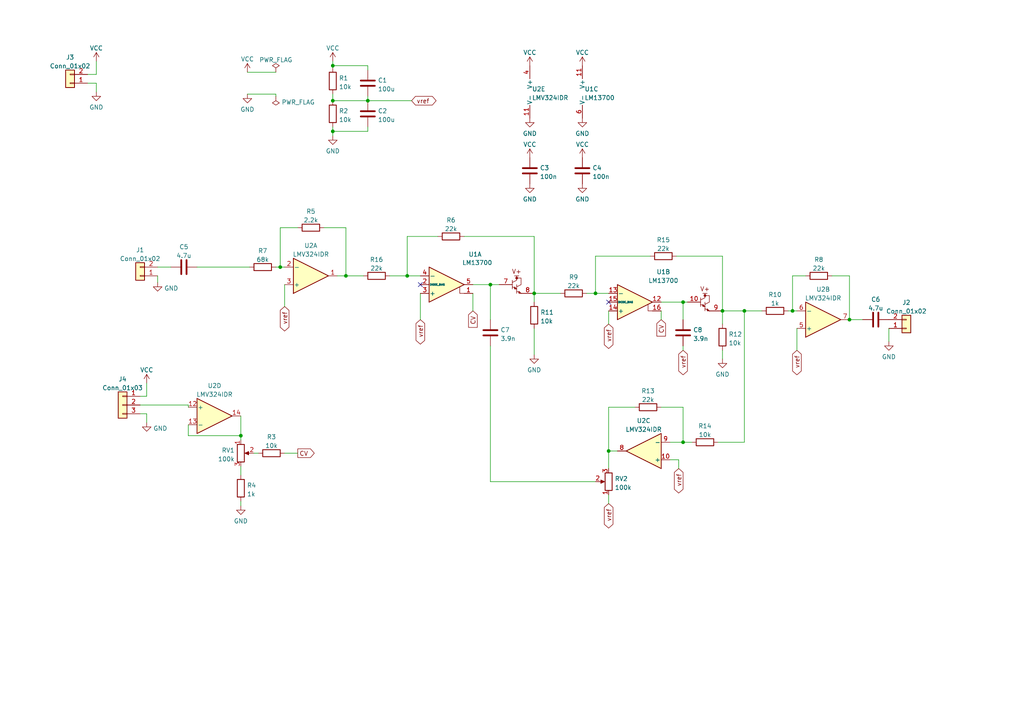
<source format=kicad_sch>
(kicad_sch (version 20211123) (generator eeschema)

  (uuid 83e08dde-7b5d-4ac9-9968-31b71c361f4d)

  (paper "A4")

  (title_block
    (title "VCF 13700")
    (date "2022-08-21")
    (rev "20220820")
    (company "Kinoshita Laboratory")
  )

  (lib_symbols
    (symbol "Amplifier_Operational:LM324" (pin_names (offset 0.127)) (in_bom yes) (on_board yes)
      (property "Reference" "U" (id 0) (at 0 5.08 0)
        (effects (font (size 1.27 1.27)) (justify left))
      )
      (property "Value" "LM324" (id 1) (at 0 -5.08 0)
        (effects (font (size 1.27 1.27)) (justify left))
      )
      (property "Footprint" "" (id 2) (at -1.27 2.54 0)
        (effects (font (size 1.27 1.27)) hide)
      )
      (property "Datasheet" "http://www.ti.com/lit/ds/symlink/lm2902-n.pdf" (id 3) (at 1.27 5.08 0)
        (effects (font (size 1.27 1.27)) hide)
      )
      (property "ki_locked" "" (id 4) (at 0 0 0)
        (effects (font (size 1.27 1.27)))
      )
      (property "ki_keywords" "quad opamp" (id 5) (at 0 0 0)
        (effects (font (size 1.27 1.27)) hide)
      )
      (property "ki_description" "Low-Power, Quad-Operational Amplifiers, DIP-14/SOIC-14/SSOP-14" (id 6) (at 0 0 0)
        (effects (font (size 1.27 1.27)) hide)
      )
      (property "ki_fp_filters" "SOIC*3.9x8.7mm*P1.27mm* DIP*W7.62mm* TSSOP*4.4x5mm*P0.65mm* SSOP*5.3x6.2mm*P0.65mm* MSOP*3x3mm*P0.5mm*" (id 7) (at 0 0 0)
        (effects (font (size 1.27 1.27)) hide)
      )
      (symbol "LM324_1_1"
        (polyline
          (pts
            (xy -5.08 5.08)
            (xy 5.08 0)
            (xy -5.08 -5.08)
            (xy -5.08 5.08)
          )
          (stroke (width 0.254) (type default) (color 0 0 0 0))
          (fill (type background))
        )
        (pin output line (at 7.62 0 180) (length 2.54)
          (name "~" (effects (font (size 1.27 1.27))))
          (number "1" (effects (font (size 1.27 1.27))))
        )
        (pin input line (at -7.62 -2.54 0) (length 2.54)
          (name "-" (effects (font (size 1.27 1.27))))
          (number "2" (effects (font (size 1.27 1.27))))
        )
        (pin input line (at -7.62 2.54 0) (length 2.54)
          (name "+" (effects (font (size 1.27 1.27))))
          (number "3" (effects (font (size 1.27 1.27))))
        )
      )
      (symbol "LM324_2_1"
        (polyline
          (pts
            (xy -5.08 5.08)
            (xy 5.08 0)
            (xy -5.08 -5.08)
            (xy -5.08 5.08)
          )
          (stroke (width 0.254) (type default) (color 0 0 0 0))
          (fill (type background))
        )
        (pin input line (at -7.62 2.54 0) (length 2.54)
          (name "+" (effects (font (size 1.27 1.27))))
          (number "5" (effects (font (size 1.27 1.27))))
        )
        (pin input line (at -7.62 -2.54 0) (length 2.54)
          (name "-" (effects (font (size 1.27 1.27))))
          (number "6" (effects (font (size 1.27 1.27))))
        )
        (pin output line (at 7.62 0 180) (length 2.54)
          (name "~" (effects (font (size 1.27 1.27))))
          (number "7" (effects (font (size 1.27 1.27))))
        )
      )
      (symbol "LM324_3_1"
        (polyline
          (pts
            (xy -5.08 5.08)
            (xy 5.08 0)
            (xy -5.08 -5.08)
            (xy -5.08 5.08)
          )
          (stroke (width 0.254) (type default) (color 0 0 0 0))
          (fill (type background))
        )
        (pin input line (at -7.62 2.54 0) (length 2.54)
          (name "+" (effects (font (size 1.27 1.27))))
          (number "10" (effects (font (size 1.27 1.27))))
        )
        (pin output line (at 7.62 0 180) (length 2.54)
          (name "~" (effects (font (size 1.27 1.27))))
          (number "8" (effects (font (size 1.27 1.27))))
        )
        (pin input line (at -7.62 -2.54 0) (length 2.54)
          (name "-" (effects (font (size 1.27 1.27))))
          (number "9" (effects (font (size 1.27 1.27))))
        )
      )
      (symbol "LM324_4_1"
        (polyline
          (pts
            (xy -5.08 5.08)
            (xy 5.08 0)
            (xy -5.08 -5.08)
            (xy -5.08 5.08)
          )
          (stroke (width 0.254) (type default) (color 0 0 0 0))
          (fill (type background))
        )
        (pin input line (at -7.62 2.54 0) (length 2.54)
          (name "+" (effects (font (size 1.27 1.27))))
          (number "12" (effects (font (size 1.27 1.27))))
        )
        (pin input line (at -7.62 -2.54 0) (length 2.54)
          (name "-" (effects (font (size 1.27 1.27))))
          (number "13" (effects (font (size 1.27 1.27))))
        )
        (pin output line (at 7.62 0 180) (length 2.54)
          (name "~" (effects (font (size 1.27 1.27))))
          (number "14" (effects (font (size 1.27 1.27))))
        )
      )
      (symbol "LM324_5_1"
        (pin power_in line (at -2.54 -7.62 90) (length 3.81)
          (name "V-" (effects (font (size 1.27 1.27))))
          (number "11" (effects (font (size 1.27 1.27))))
        )
        (pin power_in line (at -2.54 7.62 270) (length 3.81)
          (name "V+" (effects (font (size 1.27 1.27))))
          (number "4" (effects (font (size 1.27 1.27))))
        )
      )
    )
    (symbol "Connector_Generic:Conn_01x02" (pin_names (offset 1.016) hide) (in_bom yes) (on_board yes)
      (property "Reference" "J" (id 0) (at 0 2.54 0)
        (effects (font (size 1.27 1.27)))
      )
      (property "Value" "Conn_01x02" (id 1) (at 0 -5.08 0)
        (effects (font (size 1.27 1.27)))
      )
      (property "Footprint" "" (id 2) (at 0 0 0)
        (effects (font (size 1.27 1.27)) hide)
      )
      (property "Datasheet" "~" (id 3) (at 0 0 0)
        (effects (font (size 1.27 1.27)) hide)
      )
      (property "ki_keywords" "connector" (id 4) (at 0 0 0)
        (effects (font (size 1.27 1.27)) hide)
      )
      (property "ki_description" "Generic connector, single row, 01x02, script generated (kicad-library-utils/schlib/autogen/connector/)" (id 5) (at 0 0 0)
        (effects (font (size 1.27 1.27)) hide)
      )
      (property "ki_fp_filters" "Connector*:*_1x??_*" (id 6) (at 0 0 0)
        (effects (font (size 1.27 1.27)) hide)
      )
      (symbol "Conn_01x02_1_1"
        (rectangle (start -1.27 -2.413) (end 0 -2.667)
          (stroke (width 0.1524) (type default) (color 0 0 0 0))
          (fill (type none))
        )
        (rectangle (start -1.27 0.127) (end 0 -0.127)
          (stroke (width 0.1524) (type default) (color 0 0 0 0))
          (fill (type none))
        )
        (rectangle (start -1.27 1.27) (end 1.27 -3.81)
          (stroke (width 0.254) (type default) (color 0 0 0 0))
          (fill (type background))
        )
        (pin passive line (at -5.08 0 0) (length 3.81)
          (name "Pin_1" (effects (font (size 1.27 1.27))))
          (number "1" (effects (font (size 1.27 1.27))))
        )
        (pin passive line (at -5.08 -2.54 0) (length 3.81)
          (name "Pin_2" (effects (font (size 1.27 1.27))))
          (number "2" (effects (font (size 1.27 1.27))))
        )
      )
    )
    (symbol "Connector_Generic:Conn_01x03" (pin_names (offset 1.016) hide) (in_bom yes) (on_board yes)
      (property "Reference" "J" (id 0) (at 0 5.08 0)
        (effects (font (size 1.27 1.27)))
      )
      (property "Value" "Conn_01x03" (id 1) (at 0 -5.08 0)
        (effects (font (size 1.27 1.27)))
      )
      (property "Footprint" "" (id 2) (at 0 0 0)
        (effects (font (size 1.27 1.27)) hide)
      )
      (property "Datasheet" "~" (id 3) (at 0 0 0)
        (effects (font (size 1.27 1.27)) hide)
      )
      (property "ki_keywords" "connector" (id 4) (at 0 0 0)
        (effects (font (size 1.27 1.27)) hide)
      )
      (property "ki_description" "Generic connector, single row, 01x03, script generated (kicad-library-utils/schlib/autogen/connector/)" (id 5) (at 0 0 0)
        (effects (font (size 1.27 1.27)) hide)
      )
      (property "ki_fp_filters" "Connector*:*_1x??_*" (id 6) (at 0 0 0)
        (effects (font (size 1.27 1.27)) hide)
      )
      (symbol "Conn_01x03_1_1"
        (rectangle (start -1.27 -2.413) (end 0 -2.667)
          (stroke (width 0.1524) (type default) (color 0 0 0 0))
          (fill (type none))
        )
        (rectangle (start -1.27 0.127) (end 0 -0.127)
          (stroke (width 0.1524) (type default) (color 0 0 0 0))
          (fill (type none))
        )
        (rectangle (start -1.27 2.667) (end 0 2.413)
          (stroke (width 0.1524) (type default) (color 0 0 0 0))
          (fill (type none))
        )
        (rectangle (start -1.27 3.81) (end 1.27 -3.81)
          (stroke (width 0.254) (type default) (color 0 0 0 0))
          (fill (type background))
        )
        (pin passive line (at -5.08 2.54 0) (length 3.81)
          (name "Pin_1" (effects (font (size 1.27 1.27))))
          (number "1" (effects (font (size 1.27 1.27))))
        )
        (pin passive line (at -5.08 0 0) (length 3.81)
          (name "Pin_2" (effects (font (size 1.27 1.27))))
          (number "2" (effects (font (size 1.27 1.27))))
        )
        (pin passive line (at -5.08 -2.54 0) (length 3.81)
          (name "Pin_3" (effects (font (size 1.27 1.27))))
          (number "3" (effects (font (size 1.27 1.27))))
        )
      )
    )
    (symbol "Device:C" (pin_numbers hide) (pin_names (offset 0.254)) (in_bom yes) (on_board yes)
      (property "Reference" "C" (id 0) (at 0.635 2.54 0)
        (effects (font (size 1.27 1.27)) (justify left))
      )
      (property "Value" "C" (id 1) (at 0.635 -2.54 0)
        (effects (font (size 1.27 1.27)) (justify left))
      )
      (property "Footprint" "" (id 2) (at 0.9652 -3.81 0)
        (effects (font (size 1.27 1.27)) hide)
      )
      (property "Datasheet" "~" (id 3) (at 0 0 0)
        (effects (font (size 1.27 1.27)) hide)
      )
      (property "ki_keywords" "cap capacitor" (id 4) (at 0 0 0)
        (effects (font (size 1.27 1.27)) hide)
      )
      (property "ki_description" "Unpolarized capacitor" (id 5) (at 0 0 0)
        (effects (font (size 1.27 1.27)) hide)
      )
      (property "ki_fp_filters" "C_*" (id 6) (at 0 0 0)
        (effects (font (size 1.27 1.27)) hide)
      )
      (symbol "C_0_1"
        (polyline
          (pts
            (xy -2.032 -0.762)
            (xy 2.032 -0.762)
          )
          (stroke (width 0.508) (type default) (color 0 0 0 0))
          (fill (type none))
        )
        (polyline
          (pts
            (xy -2.032 0.762)
            (xy 2.032 0.762)
          )
          (stroke (width 0.508) (type default) (color 0 0 0 0))
          (fill (type none))
        )
      )
      (symbol "C_1_1"
        (pin passive line (at 0 3.81 270) (length 2.794)
          (name "~" (effects (font (size 1.27 1.27))))
          (number "1" (effects (font (size 1.27 1.27))))
        )
        (pin passive line (at 0 -3.81 90) (length 2.794)
          (name "~" (effects (font (size 1.27 1.27))))
          (number "2" (effects (font (size 1.27 1.27))))
        )
      )
    )
    (symbol "Device:R" (pin_numbers hide) (pin_names (offset 0)) (in_bom yes) (on_board yes)
      (property "Reference" "R" (id 0) (at 2.032 0 90)
        (effects (font (size 1.27 1.27)))
      )
      (property "Value" "R" (id 1) (at 0 0 90)
        (effects (font (size 1.27 1.27)))
      )
      (property "Footprint" "" (id 2) (at -1.778 0 90)
        (effects (font (size 1.27 1.27)) hide)
      )
      (property "Datasheet" "~" (id 3) (at 0 0 0)
        (effects (font (size 1.27 1.27)) hide)
      )
      (property "ki_keywords" "R res resistor" (id 4) (at 0 0 0)
        (effects (font (size 1.27 1.27)) hide)
      )
      (property "ki_description" "Resistor" (id 5) (at 0 0 0)
        (effects (font (size 1.27 1.27)) hide)
      )
      (property "ki_fp_filters" "R_*" (id 6) (at 0 0 0)
        (effects (font (size 1.27 1.27)) hide)
      )
      (symbol "R_0_1"
        (rectangle (start -1.016 -2.54) (end 1.016 2.54)
          (stroke (width 0.254) (type default) (color 0 0 0 0))
          (fill (type none))
        )
      )
      (symbol "R_1_1"
        (pin passive line (at 0 3.81 270) (length 1.27)
          (name "~" (effects (font (size 1.27 1.27))))
          (number "1" (effects (font (size 1.27 1.27))))
        )
        (pin passive line (at 0 -3.81 90) (length 1.27)
          (name "~" (effects (font (size 1.27 1.27))))
          (number "2" (effects (font (size 1.27 1.27))))
        )
      )
    )
    (symbol "Device:R_Potentiometer" (pin_names (offset 1.016) hide) (in_bom yes) (on_board yes)
      (property "Reference" "RV" (id 0) (at -4.445 0 90)
        (effects (font (size 1.27 1.27)))
      )
      (property "Value" "R_Potentiometer" (id 1) (at -2.54 0 90)
        (effects (font (size 1.27 1.27)))
      )
      (property "Footprint" "" (id 2) (at 0 0 0)
        (effects (font (size 1.27 1.27)) hide)
      )
      (property "Datasheet" "~" (id 3) (at 0 0 0)
        (effects (font (size 1.27 1.27)) hide)
      )
      (property "ki_keywords" "resistor variable" (id 4) (at 0 0 0)
        (effects (font (size 1.27 1.27)) hide)
      )
      (property "ki_description" "Potentiometer" (id 5) (at 0 0 0)
        (effects (font (size 1.27 1.27)) hide)
      )
      (property "ki_fp_filters" "Potentiometer*" (id 6) (at 0 0 0)
        (effects (font (size 1.27 1.27)) hide)
      )
      (symbol "R_Potentiometer_0_1"
        (polyline
          (pts
            (xy 2.54 0)
            (xy 1.524 0)
          )
          (stroke (width 0) (type default) (color 0 0 0 0))
          (fill (type none))
        )
        (polyline
          (pts
            (xy 1.143 0)
            (xy 2.286 0.508)
            (xy 2.286 -0.508)
            (xy 1.143 0)
          )
          (stroke (width 0) (type default) (color 0 0 0 0))
          (fill (type outline))
        )
        (rectangle (start 1.016 2.54) (end -1.016 -2.54)
          (stroke (width 0.254) (type default) (color 0 0 0 0))
          (fill (type none))
        )
      )
      (symbol "R_Potentiometer_1_1"
        (pin passive line (at 0 3.81 270) (length 1.27)
          (name "1" (effects (font (size 1.27 1.27))))
          (number "1" (effects (font (size 1.27 1.27))))
        )
        (pin passive line (at 3.81 0 180) (length 1.27)
          (name "2" (effects (font (size 1.27 1.27))))
          (number "2" (effects (font (size 1.27 1.27))))
        )
        (pin passive line (at 0 -3.81 90) (length 1.27)
          (name "3" (effects (font (size 1.27 1.27))))
          (number "3" (effects (font (size 1.27 1.27))))
        )
      )
    )
    (symbol "mylib:LM13700_CanUseSpice" (pin_names (offset 0.127)) (in_bom yes) (on_board yes)
      (property "Reference" "U" (id 0) (at 0 5.08 0)
        (effects (font (size 1.27 1.27)))
      )
      (property "Value" "LM13700_CanUseSpice" (id 1) (at -1.27 -5.08 0)
        (effects (font (size 1.27 1.27)))
      )
      (property "Footprint" "" (id 2) (at -7.62 -0.635 0)
        (effects (font (size 1.27 1.27)) hide)
      )
      (property "Datasheet" "http://www.ti.com/lit/ds/symlink/lm13700.pdf" (id 3) (at -7.62 -0.635 0)
        (effects (font (size 1.27 1.27)) hide)
      )
      (property "ki_locked" "" (id 4) (at 0 0 0)
        (effects (font (size 1.27 1.27)))
      )
      (property "ki_keywords" "operational transconductance amplifier OTA" (id 5) (at 0 0 0)
        (effects (font (size 1.27 1.27)) hide)
      )
      (property "ki_description" "can run spice simulation version of: Dual Operational Transconductance Amplifiers with Linearizing Diodes and Buffers, DIP-16/SOIC-16" (id 6) (at 0 0 0)
        (effects (font (size 1.27 1.27)) hide)
      )
      (property "ki_fp_filters" "SOIC*3.9x9.9mm*P1.27mm* DIP*W7.62mm*" (id 7) (at 0 0 0)
        (effects (font (size 1.27 1.27)) hide)
      )
      (symbol "LM13700_CanUseSpice_1_0"
        (polyline
          (pts
            (xy 9.525 2.54)
            (xy 10.795 2.54)
          )
          (stroke (width 0) (type default) (color 0 0 0 0))
          (fill (type none))
        )
        (text "V+" (at 10.16 3.81 0)
          (effects (font (size 1.27 1.27)))
        )
      )
      (symbol "LM13700_CanUseSpice_1_1"
        (polyline
          (pts
            (xy 8.89 -0.635)
            (xy 10.16 -1.27)
          )
          (stroke (width 0) (type default) (color 0 0 0 0))
          (fill (type none))
        )
        (polyline
          (pts
            (xy 8.89 1.27)
            (xy 8.89 -1.27)
          )
          (stroke (width 0) (type default) (color 0 0 0 0))
          (fill (type none))
        )
        (polyline
          (pts
            (xy 10.16 -1.905)
            (xy 11.43 -2.54)
          )
          (stroke (width 0) (type default) (color 0 0 0 0))
          (fill (type none))
        )
        (polyline
          (pts
            (xy 10.16 0)
            (xy 10.16 -2.54)
          )
          (stroke (width 0) (type default) (color 0 0 0 0))
          (fill (type none))
        )
        (polyline
          (pts
            (xy -6.35 -0.635)
            (xy -6.35 -2.54)
            (xy -5.08 -2.54)
          )
          (stroke (width 0) (type default) (color 0 0 0 0))
          (fill (type none))
        )
        (polyline
          (pts
            (xy 8.89 0.635)
            (xy 10.16 1.27)
            (xy 10.16 2.54)
          )
          (stroke (width 0) (type default) (color 0 0 0 0))
          (fill (type none))
        )
        (polyline
          (pts
            (xy -5.08 0)
            (xy -15.24 -5.08)
            (xy -15.24 5.08)
            (xy -5.08 0)
          )
          (stroke (width 0.254) (type default) (color 0 0 0 0))
          (fill (type background))
        )
        (polyline
          (pts
            (xy 10.16 -1.27)
            (xy 9.525 -0.635)
            (xy 9.525 -1.27)
            (xy 10.16 -1.27)
          )
          (stroke (width 0) (type default) (color 0 0 0 0))
          (fill (type outline))
        )
        (polyline
          (pts
            (xy 10.16 -0.635)
            (xy 11.43 0)
            (xy 11.43 1.905)
            (xy 10.16 1.905)
          )
          (stroke (width 0) (type default) (color 0 0 0 0))
          (fill (type none))
        )
        (polyline
          (pts
            (xy 11.43 -2.54)
            (xy 10.795 -1.905)
            (xy 10.795 -2.54)
            (xy 11.43 -2.54)
          )
          (stroke (width 0) (type default) (color 0 0 0 0))
          (fill (type outline))
        )
        (circle (center 10.16 1.905) (radius 0.254)
          (stroke (width 0.254) (type default) (color 0 0 0 0))
          (fill (type outline))
        )
        (pin input line (at -2.54 -2.54 180) (length 2.54)
          (name "~" (effects (font (size 1.27 1.27))))
          (number "1" (effects (font (size 1.27 1.27))))
        )
        (pin input line (at -17.78 0 0) (length 2.54)
          (name "DIODE_BIAS" (effects (font (size 0.508 0.508))))
          (number "2" (effects (font (size 1.27 1.27))))
        )
        (pin input line (at -17.78 -2.54 0) (length 2.54)
          (name "+" (effects (font (size 1.27 1.27))))
          (number "3" (effects (font (size 1.27 1.27))))
        )
        (pin input line (at -17.78 2.54 0) (length 2.54)
          (name "-" (effects (font (size 1.27 1.27))))
          (number "4" (effects (font (size 1.27 1.27))))
        )
        (pin output line (at -2.54 0 180) (length 2.54)
          (name "~" (effects (font (size 1.27 1.27))))
          (number "5" (effects (font (size 1.27 1.27))))
        )
        (pin input line (at 5.08 0 0) (length 3.81)
          (name "~" (effects (font (size 1.27 1.27))))
          (number "7" (effects (font (size 1.27 1.27))))
        )
        (pin output line (at 15.24 -2.54 180) (length 3.81)
          (name "~" (effects (font (size 1.27 1.27))))
          (number "8" (effects (font (size 1.27 1.27))))
        )
      )
      (symbol "LM13700_CanUseSpice_2_0"
        (polyline
          (pts
            (xy 10.795 2.54)
            (xy 9.525 2.54)
          )
          (stroke (width 0) (type default) (color 0 0 0 0))
          (fill (type none))
        )
      )
      (symbol "LM13700_CanUseSpice_2_1"
        (polyline
          (pts
            (xy 8.89 -0.635)
            (xy 10.16 -1.27)
          )
          (stroke (width 0) (type default) (color 0 0 0 0))
          (fill (type none))
        )
        (polyline
          (pts
            (xy 8.89 1.27)
            (xy 8.89 -1.27)
          )
          (stroke (width 0) (type default) (color 0 0 0 0))
          (fill (type none))
        )
        (polyline
          (pts
            (xy 10.16 -1.905)
            (xy 11.43 -2.54)
          )
          (stroke (width 0) (type default) (color 0 0 0 0))
          (fill (type none))
        )
        (polyline
          (pts
            (xy 10.16 0)
            (xy 10.16 -2.54)
          )
          (stroke (width 0) (type default) (color 0 0 0 0))
          (fill (type none))
        )
        (polyline
          (pts
            (xy -6.35 -0.635)
            (xy -6.35 -2.54)
            (xy -5.08 -2.54)
          )
          (stroke (width 0) (type default) (color 0 0 0 0))
          (fill (type none))
        )
        (polyline
          (pts
            (xy -5.08 0)
            (xy -15.24 -5.08)
            (xy -15.24 5.08)
            (xy -5.08 0)
          )
          (stroke (width 0.254) (type default) (color 0 0 0 0))
          (fill (type background))
        )
        (polyline
          (pts
            (xy 8.89 0.635)
            (xy 10.16 1.27)
            (xy 10.16 1.905)
            (xy 10.16 2.54)
          )
          (stroke (width 0) (type default) (color 0 0 0 0))
          (fill (type none))
        )
        (polyline
          (pts
            (xy 10.16 -1.27)
            (xy 9.525 -0.635)
            (xy 9.525 -1.27)
            (xy 10.16 -1.27)
          )
          (stroke (width 0) (type default) (color 0 0 0 0))
          (fill (type outline))
        )
        (polyline
          (pts
            (xy 10.16 -0.635)
            (xy 11.43 0)
            (xy 11.43 1.905)
            (xy 10.16 1.905)
          )
          (stroke (width 0) (type default) (color 0 0 0 0))
          (fill (type none))
        )
        (polyline
          (pts
            (xy 11.43 -2.54)
            (xy 10.795 -1.905)
            (xy 10.795 -2.54)
            (xy 11.43 -2.54)
          )
          (stroke (width 0) (type default) (color 0 0 0 0))
          (fill (type outline))
        )
        (circle (center 10.16 1.905) (radius 0.254)
          (stroke (width 0.254) (type default) (color 0 0 0 0))
          (fill (type outline))
        )
        (text "V+" (at 10.16 3.81 0)
          (effects (font (size 1.27 1.27)))
        )
        (pin input line (at 5.08 0 0) (length 3.81)
          (name "~" (effects (font (size 1.27 1.27))))
          (number "10" (effects (font (size 1.27 1.27))))
        )
        (pin output line (at -2.54 0 180) (length 2.54)
          (name "~" (effects (font (size 1.27 1.27))))
          (number "12" (effects (font (size 1.27 1.27))))
        )
        (pin input line (at -17.78 2.54 0) (length 2.54)
          (name "-" (effects (font (size 1.27 1.27))))
          (number "13" (effects (font (size 1.27 1.27))))
        )
        (pin input line (at -17.78 -2.54 0) (length 2.54)
          (name "+" (effects (font (size 1.27 1.27))))
          (number "14" (effects (font (size 1.27 1.27))))
        )
        (pin input line (at -17.78 0 0) (length 2.54)
          (name "DIODE_BIAS" (effects (font (size 0.508 0.508))))
          (number "15" (effects (font (size 1.27 1.27))))
        )
        (pin input line (at -2.54 -2.54 180) (length 2.54)
          (name "~" (effects (font (size 1.27 1.27))))
          (number "16" (effects (font (size 1.27 1.27))))
        )
        (pin output line (at 15.24 -2.54 180) (length 3.81)
          (name "~" (effects (font (size 1.27 1.27))))
          (number "9" (effects (font (size 1.27 1.27))))
        )
      )
      (symbol "LM13700_CanUseSpice_3_1"
        (pin power_in line (at -3.81 6.985 270) (length 3.81)
          (name "V+" (effects (font (size 1.27 1.27))))
          (number "11" (effects (font (size 1.27 1.27))))
        )
        (pin power_in line (at -3.81 -8.255 90) (length 3.81)
          (name "V-" (effects (font (size 1.27 1.27))))
          (number "6" (effects (font (size 1.27 1.27))))
        )
      )
    )
    (symbol "power:GND" (power) (pin_names (offset 0)) (in_bom yes) (on_board yes)
      (property "Reference" "#PWR" (id 0) (at 0 -6.35 0)
        (effects (font (size 1.27 1.27)) hide)
      )
      (property "Value" "GND" (id 1) (at 0 -3.81 0)
        (effects (font (size 1.27 1.27)))
      )
      (property "Footprint" "" (id 2) (at 0 0 0)
        (effects (font (size 1.27 1.27)) hide)
      )
      (property "Datasheet" "" (id 3) (at 0 0 0)
        (effects (font (size 1.27 1.27)) hide)
      )
      (property "ki_keywords" "power-flag" (id 4) (at 0 0 0)
        (effects (font (size 1.27 1.27)) hide)
      )
      (property "ki_description" "Power symbol creates a global label with name \"GND\" , ground" (id 5) (at 0 0 0)
        (effects (font (size 1.27 1.27)) hide)
      )
      (symbol "GND_0_1"
        (polyline
          (pts
            (xy 0 0)
            (xy 0 -1.27)
            (xy 1.27 -1.27)
            (xy 0 -2.54)
            (xy -1.27 -1.27)
            (xy 0 -1.27)
          )
          (stroke (width 0) (type default) (color 0 0 0 0))
          (fill (type none))
        )
      )
      (symbol "GND_1_1"
        (pin power_in line (at 0 0 270) (length 0) hide
          (name "GND" (effects (font (size 1.27 1.27))))
          (number "1" (effects (font (size 1.27 1.27))))
        )
      )
    )
    (symbol "power:PWR_FLAG" (power) (pin_numbers hide) (pin_names (offset 0) hide) (in_bom yes) (on_board yes)
      (property "Reference" "#FLG" (id 0) (at 0 1.905 0)
        (effects (font (size 1.27 1.27)) hide)
      )
      (property "Value" "PWR_FLAG" (id 1) (at 0 3.81 0)
        (effects (font (size 1.27 1.27)))
      )
      (property "Footprint" "" (id 2) (at 0 0 0)
        (effects (font (size 1.27 1.27)) hide)
      )
      (property "Datasheet" "~" (id 3) (at 0 0 0)
        (effects (font (size 1.27 1.27)) hide)
      )
      (property "ki_keywords" "power-flag" (id 4) (at 0 0 0)
        (effects (font (size 1.27 1.27)) hide)
      )
      (property "ki_description" "Special symbol for telling ERC where power comes from" (id 5) (at 0 0 0)
        (effects (font (size 1.27 1.27)) hide)
      )
      (symbol "PWR_FLAG_0_0"
        (pin power_out line (at 0 0 90) (length 0)
          (name "pwr" (effects (font (size 1.27 1.27))))
          (number "1" (effects (font (size 1.27 1.27))))
        )
      )
      (symbol "PWR_FLAG_0_1"
        (polyline
          (pts
            (xy 0 0)
            (xy 0 1.27)
            (xy -1.016 1.905)
            (xy 0 2.54)
            (xy 1.016 1.905)
            (xy 0 1.27)
          )
          (stroke (width 0) (type default) (color 0 0 0 0))
          (fill (type none))
        )
      )
    )
    (symbol "power:VCC" (power) (pin_names (offset 0)) (in_bom yes) (on_board yes)
      (property "Reference" "#PWR" (id 0) (at 0 -3.81 0)
        (effects (font (size 1.27 1.27)) hide)
      )
      (property "Value" "VCC" (id 1) (at 0 3.81 0)
        (effects (font (size 1.27 1.27)))
      )
      (property "Footprint" "" (id 2) (at 0 0 0)
        (effects (font (size 1.27 1.27)) hide)
      )
      (property "Datasheet" "" (id 3) (at 0 0 0)
        (effects (font (size 1.27 1.27)) hide)
      )
      (property "ki_keywords" "power-flag" (id 4) (at 0 0 0)
        (effects (font (size 1.27 1.27)) hide)
      )
      (property "ki_description" "Power symbol creates a global label with name \"VCC\"" (id 5) (at 0 0 0)
        (effects (font (size 1.27 1.27)) hide)
      )
      (symbol "VCC_0_1"
        (polyline
          (pts
            (xy -0.762 1.27)
            (xy 0 2.54)
          )
          (stroke (width 0) (type default) (color 0 0 0 0))
          (fill (type none))
        )
        (polyline
          (pts
            (xy 0 0)
            (xy 0 2.54)
          )
          (stroke (width 0) (type default) (color 0 0 0 0))
          (fill (type none))
        )
        (polyline
          (pts
            (xy 0 2.54)
            (xy 0.762 1.27)
          )
          (stroke (width 0) (type default) (color 0 0 0 0))
          (fill (type none))
        )
      )
      (symbol "VCC_1_1"
        (pin power_in line (at 0 0 90) (length 0) hide
          (name "VCC" (effects (font (size 1.27 1.27))))
          (number "1" (effects (font (size 1.27 1.27))))
        )
      )
    )
  )

  (junction (at 81.28 77.47) (diameter 0) (color 0 0 0 0)
    (uuid 1371fea2-a201-4f7f-b938-da4a1dea7edb)
  )
  (junction (at 209.55 90.17) (diameter 0) (color 0 0 0 0)
    (uuid 29fb09cd-08cb-4b03-a50a-7dc75c501cfe)
  )
  (junction (at 118.11 80.01) (diameter 0) (color 0 0 0 0)
    (uuid 3b36c636-2465-4eac-99bd-23e3658d3423)
  )
  (junction (at 172.72 85.09) (diameter 0) (color 0 0 0 0)
    (uuid 41238473-0fbf-4043-a61a-0cd56c9e862c)
  )
  (junction (at 215.9 90.17) (diameter 0) (color 0 0 0 0)
    (uuid 4ba60cdd-fad6-44d6-aefd-9157aed497d9)
  )
  (junction (at 96.52 19.05) (diameter 0) (color 0 0 0 0)
    (uuid 4d1d0791-1737-4aa8-b2c8-97bdf5479bec)
  )
  (junction (at 106.68 29.21) (diameter 0) (color 0 0 0 0)
    (uuid 59f8dcb6-75be-4155-8d33-b85aa2158d3f)
  )
  (junction (at 198.12 87.63) (diameter 0) (color 0 0 0 0)
    (uuid 73ad1968-20d9-46b5-ad1b-99c16513bf32)
  )
  (junction (at 142.24 82.55) (diameter 0) (color 0 0 0 0)
    (uuid 88ea539f-3cf7-4af9-938f-3736cc0792c1)
  )
  (junction (at 154.94 85.09) (diameter 0) (color 0 0 0 0)
    (uuid 89d6dc44-39ff-4d5a-bfcc-d46b8f2385ce)
  )
  (junction (at 246.38 92.71) (diameter 0) (color 0 0 0 0)
    (uuid 9b65999d-dcb9-4b2b-875e-ee05253069dd)
  )
  (junction (at 69.85 126.365) (diameter 0) (color 0 0 0 0)
    (uuid a1625909-8d9f-48af-9c13-95c09fcfabc9)
  )
  (junction (at 100.33 80.01) (diameter 0) (color 0 0 0 0)
    (uuid a66d8feb-432a-4479-9b31-4cb9ce27717e)
  )
  (junction (at 176.53 130.81) (diameter 0) (color 0 0 0 0)
    (uuid c4e4ea2c-9ae0-4d2d-ace0-fe249a355e43)
  )
  (junction (at 229.87 90.17) (diameter 0) (color 0 0 0 0)
    (uuid d368e135-8f07-419d-800c-73ca3b859dda)
  )
  (junction (at 96.52 29.21) (diameter 0) (color 0 0 0 0)
    (uuid d95b029d-87f7-4ab6-92c5-29c3ee98b45a)
  )
  (junction (at 96.52 38.1) (diameter 0) (color 0 0 0 0)
    (uuid e8713fe6-91b5-460a-895f-357e10c18790)
  )
  (junction (at 198.12 128.27) (diameter 0) (color 0 0 0 0)
    (uuid fb768851-7a29-4d41-a139-591227b5c1a4)
  )

  (no_connect (at 121.92 82.55) (uuid 2affb29c-3a79-43ba-8a11-2d7aa1f10707))
  (no_connect (at 176.53 87.63) (uuid 5aef9355-3786-4810-9da9-45ac6e59eec6))

  (wire (pts (xy 118.11 80.01) (xy 121.92 80.01))
    (stroke (width 0) (type default) (color 0 0 0 0))
    (uuid 0357669c-8af2-4cd5-bea1-8c201eef463c)
  )
  (wire (pts (xy 80.01 77.47) (xy 81.28 77.47))
    (stroke (width 0) (type default) (color 0 0 0 0))
    (uuid 03584082-be34-44cc-9ef8-5f25e67c08cc)
  )
  (wire (pts (xy 246.38 80.01) (xy 246.38 92.71))
    (stroke (width 0) (type default) (color 0 0 0 0))
    (uuid 07c4f2d9-159d-4b2b-b889-93b15bd3cbb9)
  )
  (wire (pts (xy 209.55 74.295) (xy 209.55 90.17))
    (stroke (width 0) (type default) (color 0 0 0 0))
    (uuid 0a307520-01d5-4493-a11a-3b16cb72e12c)
  )
  (wire (pts (xy 106.68 29.21) (xy 119.38 29.21))
    (stroke (width 0) (type default) (color 0 0 0 0))
    (uuid 0c66273d-93bf-46f7-adf6-bb5cd65708d0)
  )
  (wire (pts (xy 96.52 17.78) (xy 96.52 19.05))
    (stroke (width 0) (type default) (color 0 0 0 0))
    (uuid 0d822541-1849-47d2-9e29-4f0f5da954b7)
  )
  (wire (pts (xy 246.38 92.71) (xy 250.19 92.71))
    (stroke (width 0) (type default) (color 0 0 0 0))
    (uuid 0dee2ded-9cbb-4253-ac13-16d8ba21d4fe)
  )
  (wire (pts (xy 113.03 80.01) (xy 118.11 80.01))
    (stroke (width 0) (type default) (color 0 0 0 0))
    (uuid 0f6845e4-9fef-4fe3-a269-5ee71c4f4408)
  )
  (wire (pts (xy 42.545 114.935) (xy 40.64 114.935))
    (stroke (width 0) (type default) (color 0 0 0 0))
    (uuid 0f9fc4e4-1ed7-4148-8d52-6beb31e4c6f3)
  )
  (wire (pts (xy 71.755 20.955) (xy 80.01 20.955))
    (stroke (width 0) (type default) (color 0 0 0 0))
    (uuid 104699fe-b90d-4326-85c8-7d634afc0ac5)
  )
  (wire (pts (xy 176.53 130.81) (xy 176.53 118.11))
    (stroke (width 0) (type default) (color 0 0 0 0))
    (uuid 11569a4d-7a4c-4256-a4ee-3a2f9beb635d)
  )
  (wire (pts (xy 198.12 87.63) (xy 199.39 87.63))
    (stroke (width 0) (type default) (color 0 0 0 0))
    (uuid 12ccf042-ed78-4c5d-876d-737662b68713)
  )
  (wire (pts (xy 198.12 100.33) (xy 198.12 101.6))
    (stroke (width 0) (type default) (color 0 0 0 0))
    (uuid 13b3287a-181b-4676-8683-1828b32e893f)
  )
  (wire (pts (xy 134.62 68.58) (xy 154.94 68.58))
    (stroke (width 0) (type default) (color 0 0 0 0))
    (uuid 17c62539-fd62-471a-8c16-10a734d02d63)
  )
  (wire (pts (xy 241.3 80.01) (xy 246.38 80.01))
    (stroke (width 0) (type default) (color 0 0 0 0))
    (uuid 1a341af3-c38c-4234-b754-0bd39057b696)
  )
  (wire (pts (xy 179.07 130.81) (xy 176.53 130.81))
    (stroke (width 0) (type default) (color 0 0 0 0))
    (uuid 1c3252f3-3efe-4a9e-95f7-76559a7764c6)
  )
  (wire (pts (xy 100.33 66.04) (xy 100.33 80.01))
    (stroke (width 0) (type default) (color 0 0 0 0))
    (uuid 1cfc6900-2c5e-4e0e-bac4-30506efbe0b8)
  )
  (wire (pts (xy 27.94 17.78) (xy 27.94 21.59))
    (stroke (width 0) (type default) (color 0 0 0 0))
    (uuid 1ed10f96-7108-4752-87ba-6498aa0f3667)
  )
  (wire (pts (xy 142.24 100.33) (xy 142.24 139.7))
    (stroke (width 0) (type default) (color 0 0 0 0))
    (uuid 23e7ae41-8667-41e8-b347-e3ebf344f815)
  )
  (wire (pts (xy 100.33 80.01) (xy 97.79 80.01))
    (stroke (width 0) (type default) (color 0 0 0 0))
    (uuid 25a5d729-4289-4a31-8bc5-f986ada1b044)
  )
  (wire (pts (xy 25.4 24.13) (xy 27.94 24.13))
    (stroke (width 0) (type default) (color 0 0 0 0))
    (uuid 26e73159-671e-4e9a-8d0e-773b7d1b26a1)
  )
  (wire (pts (xy 142.24 82.55) (xy 142.24 92.71))
    (stroke (width 0) (type default) (color 0 0 0 0))
    (uuid 2c856b3a-a7a2-487d-9486-b621139e7f9e)
  )
  (wire (pts (xy 42.545 111.125) (xy 42.545 114.935))
    (stroke (width 0) (type default) (color 0 0 0 0))
    (uuid 3311e574-41a9-4ce4-9811-bf1e355d2cab)
  )
  (wire (pts (xy 127 68.58) (xy 118.11 68.58))
    (stroke (width 0) (type default) (color 0 0 0 0))
    (uuid 35ce93bf-2302-4f8f-97f8-90880ef853f1)
  )
  (wire (pts (xy 154.94 68.58) (xy 154.94 85.09))
    (stroke (width 0) (type default) (color 0 0 0 0))
    (uuid 37fef4b9-642b-4a4f-a9b2-ccf96ede40e2)
  )
  (wire (pts (xy 81.28 77.47) (xy 82.55 77.47))
    (stroke (width 0) (type default) (color 0 0 0 0))
    (uuid 4153462e-76fc-4c82-a647-879eec4fc189)
  )
  (wire (pts (xy 80.01 27.305) (xy 71.755 27.305))
    (stroke (width 0) (type default) (color 0 0 0 0))
    (uuid 4409e115-ba55-49f6-977f-53ba359e3672)
  )
  (wire (pts (xy 257.81 95.25) (xy 257.81 99.06))
    (stroke (width 0) (type default) (color 0 0 0 0))
    (uuid 4437afc8-2c75-4003-bad0-78615a69788f)
  )
  (wire (pts (xy 69.85 135.255) (xy 69.85 137.795))
    (stroke (width 0) (type default) (color 0 0 0 0))
    (uuid 46961b9a-a816-4659-9475-71af2b449c0d)
  )
  (wire (pts (xy 172.72 74.295) (xy 188.595 74.295))
    (stroke (width 0) (type default) (color 0 0 0 0))
    (uuid 4dc38869-c239-4a04-b5ab-6cbb1caaeacd)
  )
  (wire (pts (xy 81.28 66.04) (xy 86.36 66.04))
    (stroke (width 0) (type default) (color 0 0 0 0))
    (uuid 4e77ece0-c6bd-4412-8912-03c58409fb2e)
  )
  (wire (pts (xy 176.53 130.81) (xy 176.53 135.89))
    (stroke (width 0) (type default) (color 0 0 0 0))
    (uuid 4edebd46-0e42-4f23-afd6-55faf29ccd79)
  )
  (wire (pts (xy 231.14 95.25) (xy 231.14 101.6))
    (stroke (width 0) (type default) (color 0 0 0 0))
    (uuid 4f1b8598-52cf-40f4-bf5b-8cb3230c1fb8)
  )
  (wire (pts (xy 137.16 85.09) (xy 137.16 90.17))
    (stroke (width 0) (type default) (color 0 0 0 0))
    (uuid 5825f866-a29f-4b6d-b71f-dbd246026913)
  )
  (wire (pts (xy 96.52 29.21) (xy 106.68 29.21))
    (stroke (width 0) (type default) (color 0 0 0 0))
    (uuid 5cdcb502-57e1-464c-b932-ff03fa49e629)
  )
  (wire (pts (xy 40.64 120.015) (xy 42.545 120.015))
    (stroke (width 0) (type default) (color 0 0 0 0))
    (uuid 5dc0155e-98b3-49f8-86cb-d2a55229a2e0)
  )
  (wire (pts (xy 96.52 19.05) (xy 96.52 19.685))
    (stroke (width 0) (type default) (color 0 0 0 0))
    (uuid 5defe987-6e96-438d-ab91-976c55c37781)
  )
  (wire (pts (xy 93.98 66.04) (xy 100.33 66.04))
    (stroke (width 0) (type default) (color 0 0 0 0))
    (uuid 613fb6dc-8f55-4ca8-92f6-0b50d6af3916)
  )
  (wire (pts (xy 154.94 85.09) (xy 162.56 85.09))
    (stroke (width 0) (type default) (color 0 0 0 0))
    (uuid 641f3b85-1aa8-4c73-a39d-9573d52bdb4e)
  )
  (wire (pts (xy 96.52 19.05) (xy 106.68 19.05))
    (stroke (width 0) (type default) (color 0 0 0 0))
    (uuid 64565e49-640e-4faf-9707-20c516fee85d)
  )
  (wire (pts (xy 100.33 80.01) (xy 105.41 80.01))
    (stroke (width 0) (type default) (color 0 0 0 0))
    (uuid 650190a6-4679-4ec2-90c4-c92f79bc019b)
  )
  (wire (pts (xy 176.53 143.51) (xy 176.53 146.05))
    (stroke (width 0) (type default) (color 0 0 0 0))
    (uuid 66f63161-bcca-407c-a471-617e231c8ed7)
  )
  (wire (pts (xy 209.55 90.17) (xy 209.55 93.98))
    (stroke (width 0) (type default) (color 0 0 0 0))
    (uuid 6be71a7c-59b7-424e-a700-e47fa8c895c5)
  )
  (wire (pts (xy 27.94 24.13) (xy 27.94 26.67))
    (stroke (width 0) (type default) (color 0 0 0 0))
    (uuid 721f0754-6851-4aa4-ad50-7fd1bf589586)
  )
  (wire (pts (xy 106.68 19.05) (xy 106.68 20.32))
    (stroke (width 0) (type default) (color 0 0 0 0))
    (uuid 7854d173-73d4-4ec7-bc5c-17cdd8d9b9c0)
  )
  (wire (pts (xy 215.9 90.17) (xy 220.98 90.17))
    (stroke (width 0) (type default) (color 0 0 0 0))
    (uuid 7a213471-cf31-4b45-9e40-eb9631243a3b)
  )
  (wire (pts (xy 69.85 145.415) (xy 69.85 146.685))
    (stroke (width 0) (type default) (color 0 0 0 0))
    (uuid 7a7ce853-8dd7-431b-80dc-ac40ee4112cc)
  )
  (wire (pts (xy 233.68 80.01) (xy 229.87 80.01))
    (stroke (width 0) (type default) (color 0 0 0 0))
    (uuid 7c07a0d4-49d5-40a5-bad6-bf1fa761280e)
  )
  (wire (pts (xy 54.61 126.365) (xy 54.61 123.19))
    (stroke (width 0) (type default) (color 0 0 0 0))
    (uuid 7c76124f-7ce4-446c-8a0e-2e6a646c7b97)
  )
  (wire (pts (xy 191.77 118.11) (xy 198.12 118.11))
    (stroke (width 0) (type default) (color 0 0 0 0))
    (uuid 831b637d-4d4a-428a-a804-24d6da089ced)
  )
  (wire (pts (xy 96.52 38.1) (xy 96.52 39.37))
    (stroke (width 0) (type default) (color 0 0 0 0))
    (uuid 83fd02d1-9f50-43f8-8220-4b21fe491c9e)
  )
  (wire (pts (xy 196.215 74.295) (xy 209.55 74.295))
    (stroke (width 0) (type default) (color 0 0 0 0))
    (uuid 842ec32e-0022-482f-94c6-d0c49505995f)
  )
  (wire (pts (xy 154.94 85.09) (xy 154.94 87.63))
    (stroke (width 0) (type default) (color 0 0 0 0))
    (uuid 84bc6d22-da59-445a-9ddd-8a584f4ecedd)
  )
  (wire (pts (xy 69.85 126.365) (xy 69.85 127.635))
    (stroke (width 0) (type default) (color 0 0 0 0))
    (uuid 85e69006-c3cd-4348-a164-e164e0420f65)
  )
  (wire (pts (xy 198.12 118.11) (xy 198.12 128.27))
    (stroke (width 0) (type default) (color 0 0 0 0))
    (uuid 8625e89b-fdec-4864-b630-5c244d73dfe9)
  )
  (wire (pts (xy 82.55 131.445) (xy 86.36 131.445))
    (stroke (width 0) (type default) (color 0 0 0 0))
    (uuid 8de57d2f-0dd7-4d4e-b1c0-8408878d44bf)
  )
  (wire (pts (xy 54.61 117.475) (xy 54.61 118.11))
    (stroke (width 0) (type default) (color 0 0 0 0))
    (uuid 8e499d49-8942-408f-b95c-5463bb099ac3)
  )
  (wire (pts (xy 42.545 120.015) (xy 42.545 122.555))
    (stroke (width 0) (type default) (color 0 0 0 0))
    (uuid 9115c9f2-2a30-4e2a-a1e8-b98e2dde308e)
  )
  (wire (pts (xy 96.52 27.305) (xy 96.52 29.21))
    (stroke (width 0) (type default) (color 0 0 0 0))
    (uuid 9260da6f-660a-4f69-91c3-1583f055278e)
  )
  (wire (pts (xy 194.31 128.27) (xy 198.12 128.27))
    (stroke (width 0) (type default) (color 0 0 0 0))
    (uuid 93c739df-0937-46a9-a54f-80007cbff506)
  )
  (wire (pts (xy 215.9 90.17) (xy 215.9 128.27))
    (stroke (width 0) (type default) (color 0 0 0 0))
    (uuid 949376bf-b9dc-4bd5-b242-698ff9420f5d)
  )
  (wire (pts (xy 96.52 38.1) (xy 106.68 38.1))
    (stroke (width 0) (type default) (color 0 0 0 0))
    (uuid 94effd19-73b7-48bc-9279-35403c56a83a)
  )
  (wire (pts (xy 191.77 90.17) (xy 191.77 92.71))
    (stroke (width 0) (type default) (color 0 0 0 0))
    (uuid a03a0601-fcbf-439b-b4d7-24b42795212d)
  )
  (wire (pts (xy 81.28 77.47) (xy 81.28 66.04))
    (stroke (width 0) (type default) (color 0 0 0 0))
    (uuid a1dea6d3-7b6a-41fd-b090-603ff54489d4)
  )
  (wire (pts (xy 27.94 21.59) (xy 25.4 21.59))
    (stroke (width 0) (type default) (color 0 0 0 0))
    (uuid a4e02030-03e6-4ba2-846c-363b4faedfc2)
  )
  (wire (pts (xy 45.72 80.01) (xy 45.72 81.915))
    (stroke (width 0) (type default) (color 0 0 0 0))
    (uuid a4f6aaf3-0472-437e-8ae4-1bfef6b7c225)
  )
  (wire (pts (xy 191.77 87.63) (xy 198.12 87.63))
    (stroke (width 0) (type default) (color 0 0 0 0))
    (uuid a6f4e944-d012-44e0-97b7-31f82b0097fb)
  )
  (wire (pts (xy 121.92 85.09) (xy 121.92 92.71))
    (stroke (width 0) (type default) (color 0 0 0 0))
    (uuid aab3e658-7638-4f44-ac6a-22eb2ec7f1e7)
  )
  (wire (pts (xy 194.31 133.35) (xy 196.85 133.35))
    (stroke (width 0) (type default) (color 0 0 0 0))
    (uuid ad0af1bf-4f66-49bc-a515-6094cd00c1c6)
  )
  (wire (pts (xy 176.53 90.17) (xy 176.53 93.98))
    (stroke (width 0) (type default) (color 0 0 0 0))
    (uuid ad2e1722-969a-46ab-9ae0-274a09d76a86)
  )
  (wire (pts (xy 215.9 128.27) (xy 208.28 128.27))
    (stroke (width 0) (type default) (color 0 0 0 0))
    (uuid ade9c8ca-b51c-479c-9afc-6ab138db7e04)
  )
  (wire (pts (xy 40.64 117.475) (xy 54.61 117.475))
    (stroke (width 0) (type default) (color 0 0 0 0))
    (uuid b60ab739-fb11-486e-9ab9-522a5449e518)
  )
  (wire (pts (xy 228.6 90.17) (xy 229.87 90.17))
    (stroke (width 0) (type default) (color 0 0 0 0))
    (uuid b649721b-4ab1-4919-83c2-70db03124fc0)
  )
  (wire (pts (xy 57.15 77.47) (xy 72.39 77.47))
    (stroke (width 0) (type default) (color 0 0 0 0))
    (uuid b7c2e144-68eb-4689-b5d7-a9233cd0ce9e)
  )
  (wire (pts (xy 209.55 90.17) (xy 215.9 90.17))
    (stroke (width 0) (type default) (color 0 0 0 0))
    (uuid bfa318c6-accf-4568-a07a-97fe4c3391df)
  )
  (wire (pts (xy 45.72 77.47) (xy 49.53 77.47))
    (stroke (width 0) (type default) (color 0 0 0 0))
    (uuid c00e2899-327f-4a6e-b20f-9cb03de6de3d)
  )
  (wire (pts (xy 73.66 131.445) (xy 74.93 131.445))
    (stroke (width 0) (type default) (color 0 0 0 0))
    (uuid c4d78387-ae48-4119-82e2-3796e2115708)
  )
  (wire (pts (xy 80.01 27.94) (xy 80.01 27.305))
    (stroke (width 0) (type default) (color 0 0 0 0))
    (uuid c6d58932-6fa5-4df6-82cb-f4d629ee855a)
  )
  (wire (pts (xy 172.72 85.09) (xy 176.53 85.09))
    (stroke (width 0) (type default) (color 0 0 0 0))
    (uuid c873da28-fcff-430c-86a7-23a6c6e7e91c)
  )
  (wire (pts (xy 69.85 120.65) (xy 69.85 126.365))
    (stroke (width 0) (type default) (color 0 0 0 0))
    (uuid ca003deb-dcc6-49de-815d-e66c5c0a8a73)
  )
  (wire (pts (xy 82.55 82.55) (xy 82.55 88.9))
    (stroke (width 0) (type default) (color 0 0 0 0))
    (uuid cc797d0b-7372-4d7d-b6ad-d4e3e67102f6)
  )
  (wire (pts (xy 172.72 139.7) (xy 142.24 139.7))
    (stroke (width 0) (type default) (color 0 0 0 0))
    (uuid d0a35453-fd60-4040-bc6e-f26eeb55efec)
  )
  (wire (pts (xy 137.16 82.55) (xy 142.24 82.55))
    (stroke (width 0) (type default) (color 0 0 0 0))
    (uuid d16c0b7a-76fc-45da-bf27-748c002780c1)
  )
  (wire (pts (xy 106.68 38.1) (xy 106.68 36.83))
    (stroke (width 0) (type default) (color 0 0 0 0))
    (uuid d6861025-56f5-4ab2-8ea4-11bda65f8ef5)
  )
  (wire (pts (xy 154.94 95.25) (xy 154.94 102.87))
    (stroke (width 0) (type default) (color 0 0 0 0))
    (uuid e05f8019-6094-4349-8344-47db26fce2ce)
  )
  (wire (pts (xy 118.11 68.58) (xy 118.11 80.01))
    (stroke (width 0) (type default) (color 0 0 0 0))
    (uuid e4c18bb5-1783-4bf1-8983-596f4ba277e0)
  )
  (wire (pts (xy 172.72 85.09) (xy 172.72 74.295))
    (stroke (width 0) (type default) (color 0 0 0 0))
    (uuid e8432f3d-ccef-4f77-8e2c-5945959db705)
  )
  (wire (pts (xy 106.68 27.94) (xy 106.68 29.21))
    (stroke (width 0) (type default) (color 0 0 0 0))
    (uuid e9c84247-099e-4c9f-aaa3-4fe3888376f2)
  )
  (wire (pts (xy 229.87 90.17) (xy 231.14 90.17))
    (stroke (width 0) (type default) (color 0 0 0 0))
    (uuid ea36a8d7-8abc-45ed-b301-d83af695ce69)
  )
  (wire (pts (xy 198.12 87.63) (xy 198.12 92.71))
    (stroke (width 0) (type default) (color 0 0 0 0))
    (uuid ee07a779-c6a4-4b01-825a-aad45b075e65)
  )
  (wire (pts (xy 142.24 82.55) (xy 144.78 82.55))
    (stroke (width 0) (type default) (color 0 0 0 0))
    (uuid f00ec9d2-ceb0-47ba-a5ac-8996ecf3e1fa)
  )
  (wire (pts (xy 196.85 133.35) (xy 196.85 135.89))
    (stroke (width 0) (type default) (color 0 0 0 0))
    (uuid f0e80a3a-64e7-4f2e-aac6-a0cee6df52b4)
  )
  (wire (pts (xy 170.18 85.09) (xy 172.72 85.09))
    (stroke (width 0) (type default) (color 0 0 0 0))
    (uuid f1e5ddcb-16d3-446c-ba6c-1e0d56a0b353)
  )
  (wire (pts (xy 69.85 126.365) (xy 54.61 126.365))
    (stroke (width 0) (type default) (color 0 0 0 0))
    (uuid f22f0a83-9efc-48fd-b07e-932a32e9d967)
  )
  (wire (pts (xy 176.53 118.11) (xy 184.15 118.11))
    (stroke (width 0) (type default) (color 0 0 0 0))
    (uuid fa0ee881-b8f6-4002-b69b-1af33ea5d823)
  )
  (wire (pts (xy 229.87 80.01) (xy 229.87 90.17))
    (stroke (width 0) (type default) (color 0 0 0 0))
    (uuid fa70f474-9d48-47c6-87a3-8e3e7e511931)
  )
  (wire (pts (xy 198.12 128.27) (xy 200.66 128.27))
    (stroke (width 0) (type default) (color 0 0 0 0))
    (uuid fbf43622-abe5-4bbd-828a-8b3031e7dc37)
  )
  (wire (pts (xy 209.55 101.6) (xy 209.55 104.14))
    (stroke (width 0) (type default) (color 0 0 0 0))
    (uuid fd5b9361-06c5-4342-8a5f-c850a72f4b7e)
  )
  (wire (pts (xy 96.52 36.83) (xy 96.52 38.1))
    (stroke (width 0) (type default) (color 0 0 0 0))
    (uuid fdcb87fc-b737-4f5f-8faf-e63f6cdd60e3)
  )

  (global_label "CV" (shape input) (at 137.16 90.17 270) (fields_autoplaced)
    (effects (font (size 1.27 1.27)) (justify right))
    (uuid 0c9c54d2-961d-486b-8257-aa8841401cbb)
    (property "Intersheet References" "${INTERSHEET_REFS}" (id 0) (at 137.2394 94.9417 90)
      (effects (font (size 1.27 1.27)) (justify right) hide)
    )
  )
  (global_label "vref" (shape bidirectional) (at 82.55 88.9 270) (fields_autoplaced)
    (effects (font (size 1.27 1.27)) (justify right))
    (uuid 17a26551-a181-4465-beea-643a940e2383)
    (property "Intersheet References" "${INTERSHEET_REFS}" (id 0) (at 82.6294 94.8812 90)
      (effects (font (size 1.27 1.27)) (justify right) hide)
    )
  )
  (global_label "vref" (shape bidirectional) (at 176.53 146.05 270) (fields_autoplaced)
    (effects (font (size 1.27 1.27)) (justify right))
    (uuid 40c5dd11-2a84-41cc-9dec-824394327f53)
    (property "Intersheet References" "${INTERSHEET_REFS}" (id 0) (at 176.6094 152.0312 90)
      (effects (font (size 1.27 1.27)) (justify right) hide)
    )
  )
  (global_label "vref" (shape bidirectional) (at 121.92 92.71 270) (fields_autoplaced)
    (effects (font (size 1.27 1.27)) (justify right))
    (uuid 5732a9e8-85dc-4b31-8d87-bab1d744fb52)
    (property "Intersheet References" "${INTERSHEET_REFS}" (id 0) (at 121.9994 98.6912 90)
      (effects (font (size 1.27 1.27)) (justify right) hide)
    )
  )
  (global_label "vref" (shape bidirectional) (at 119.38 29.21 0) (fields_autoplaced)
    (effects (font (size 1.27 1.27)) (justify left))
    (uuid 6d14dcee-899e-45fb-8f5d-246a3e1b7799)
    (property "Intersheet References" "${INTERSHEET_REFS}" (id 0) (at 125.3612 29.1306 0)
      (effects (font (size 1.27 1.27)) (justify left) hide)
    )
  )
  (global_label "vref" (shape bidirectional) (at 231.14 101.6 270) (fields_autoplaced)
    (effects (font (size 1.27 1.27)) (justify right))
    (uuid 7e4196a8-17f1-4aae-af93-9e1ae0493289)
    (property "Intersheet References" "${INTERSHEET_REFS}" (id 0) (at 231.2194 107.5812 90)
      (effects (font (size 1.27 1.27)) (justify right) hide)
    )
  )
  (global_label "vref" (shape bidirectional) (at 176.53 93.98 270) (fields_autoplaced)
    (effects (font (size 1.27 1.27)) (justify right))
    (uuid 8fa73210-65a8-4807-9067-8ebed54a0c23)
    (property "Intersheet References" "${INTERSHEET_REFS}" (id 0) (at 176.6094 99.9612 90)
      (effects (font (size 1.27 1.27)) (justify right) hide)
    )
  )
  (global_label "CV" (shape input) (at 191.77 92.71 270) (fields_autoplaced)
    (effects (font (size 1.27 1.27)) (justify right))
    (uuid b0ea2a8f-1d55-492d-975f-7087ea5ff75c)
    (property "Intersheet References" "${INTERSHEET_REFS}" (id 0) (at 191.8494 97.4817 90)
      (effects (font (size 1.27 1.27)) (justify right) hide)
    )
  )
  (global_label "vref" (shape bidirectional) (at 196.85 135.89 270) (fields_autoplaced)
    (effects (font (size 1.27 1.27)) (justify right))
    (uuid ebcd694e-5d90-46e0-8617-3bc3a89e144e)
    (property "Intersheet References" "${INTERSHEET_REFS}" (id 0) (at 196.9294 141.8712 90)
      (effects (font (size 1.27 1.27)) (justify right) hide)
    )
  )
  (global_label "CV" (shape output) (at 86.36 131.445 0) (fields_autoplaced)
    (effects (font (size 1.27 1.27)) (justify left))
    (uuid f736a64c-8531-4ebb-abb6-f3b5f5a3bf23)
    (property "Intersheet References" "${INTERSHEET_REFS}" (id 0) (at 91.1317 131.3656 0)
      (effects (font (size 1.27 1.27)) (justify left) hide)
    )
  )
  (global_label "vref" (shape bidirectional) (at 198.12 101.6 270) (fields_autoplaced)
    (effects (font (size 1.27 1.27)) (justify right))
    (uuid fa54869a-386f-416a-a614-a2a588790ffe)
    (property "Intersheet References" "${INTERSHEET_REFS}" (id 0) (at 198.1994 107.5812 90)
      (effects (font (size 1.27 1.27)) (justify right) hide)
    )
  )

  (symbol (lib_id "Device:R") (at 209.55 97.79 180) (unit 1)
    (in_bom yes) (on_board yes) (fields_autoplaced)
    (uuid 01057c95-a08b-45bf-a743-179ef3371d60)
    (property "Reference" "R12" (id 0) (at 211.328 96.9553 0)
      (effects (font (size 1.27 1.27)) (justify right))
    )
    (property "Value" "10k" (id 1) (at 211.328 99.4922 0)
      (effects (font (size 1.27 1.27)) (justify right))
    )
    (property "Footprint" "Resistor_SMD:R_0402_1005Metric_Pad0.72x0.64mm_HandSolder" (id 2) (at 211.328 97.79 90)
      (effects (font (size 1.27 1.27)) hide)
    )
    (property "Datasheet" "~" (id 3) (at 209.55 97.79 0)
      (effects (font (size 1.27 1.27)) hide)
    )
    (property "LCSC" "C25744" (id 4) (at 209.55 97.79 0)
      (effects (font (size 1.27 1.27)) hide)
    )
    (pin "1" (uuid b694f737-83da-4255-a273-66fd5270ef1d))
    (pin "2" (uuid 18b1b5d1-1cf3-442d-89c2-7f8732b111b9))
  )

  (symbol (lib_id "Device:C") (at 198.12 96.52 0) (unit 1)
    (in_bom yes) (on_board yes) (fields_autoplaced)
    (uuid 0277bda0-46b6-4c8c-8cee-43c8e5df11d4)
    (property "Reference" "C8" (id 0) (at 201.041 95.6853 0)
      (effects (font (size 1.27 1.27)) (justify left))
    )
    (property "Value" "3.9n" (id 1) (at 201.041 98.2222 0)
      (effects (font (size 1.27 1.27)) (justify left))
    )
    (property "Footprint" "Capacitor_SMD:C_0402_1005Metric_Pad0.74x0.62mm_HandSolder" (id 2) (at 199.0852 100.33 0)
      (effects (font (size 1.27 1.27)) hide)
    )
    (property "Datasheet" "~" (id 3) (at 198.12 96.52 0)
      (effects (font (size 1.27 1.27)) hide)
    )
    (property "LCSC" "C45188" (id 4) (at 198.12 96.52 0)
      (effects (font (size 1.27 1.27)) hide)
    )
    (pin "1" (uuid 0deccf77-7388-442c-b80f-47e78b5c1082))
    (pin "2" (uuid 86436a1f-279f-44b3-8a00-71ea0c83f98f))
  )

  (symbol (lib_id "power:PWR_FLAG") (at 80.01 27.94 180) (unit 1)
    (in_bom yes) (on_board yes) (fields_autoplaced)
    (uuid 056a5855-ab7e-4f8c-83db-f10246205102)
    (property "Reference" "#FLG02" (id 0) (at 80.01 29.845 0)
      (effects (font (size 1.27 1.27)) hide)
    )
    (property "Value" "PWR_FLAG" (id 1) (at 81.661 29.6438 0)
      (effects (font (size 1.27 1.27)) (justify right))
    )
    (property "Footprint" "" (id 2) (at 80.01 27.94 0)
      (effects (font (size 1.27 1.27)) hide)
    )
    (property "Datasheet" "~" (id 3) (at 80.01 27.94 0)
      (effects (font (size 1.27 1.27)) hide)
    )
    (pin "1" (uuid 71c80ed7-61c9-462d-8715-661f53ea31f9))
  )

  (symbol (lib_id "Device:R") (at 187.96 118.11 90) (unit 1)
    (in_bom yes) (on_board yes) (fields_autoplaced)
    (uuid 14e74180-34ce-43ac-b974-f97ec214f4bf)
    (property "Reference" "R13" (id 0) (at 187.96 113.3942 90))
    (property "Value" "22k" (id 1) (at 187.96 115.9311 90))
    (property "Footprint" "Resistor_SMD:R_0402_1005Metric_Pad0.72x0.64mm_HandSolder" (id 2) (at 187.96 119.888 90)
      (effects (font (size 1.27 1.27)) hide)
    )
    (property "Datasheet" "~" (id 3) (at 187.96 118.11 0)
      (effects (font (size 1.27 1.27)) hide)
    )
    (property "LCSC" "C25768" (id 4) (at 187.96 118.11 0)
      (effects (font (size 1.27 1.27)) hide)
    )
    (pin "1" (uuid 491e6c7a-1748-41c6-a38a-61534eaec116))
    (pin "2" (uuid 5afb8aac-263d-4b69-9fb3-6d4a7a9c16b5))
  )

  (symbol (lib_id "Device:R") (at 154.94 91.44 180) (unit 1)
    (in_bom yes) (on_board yes) (fields_autoplaced)
    (uuid 15b8d552-7760-4f32-84a0-d261580e2c08)
    (property "Reference" "R11" (id 0) (at 156.718 90.6053 0)
      (effects (font (size 1.27 1.27)) (justify right))
    )
    (property "Value" "10k" (id 1) (at 156.718 93.1422 0)
      (effects (font (size 1.27 1.27)) (justify right))
    )
    (property "Footprint" "Resistor_SMD:R_0402_1005Metric_Pad0.72x0.64mm_HandSolder" (id 2) (at 156.718 91.44 90)
      (effects (font (size 1.27 1.27)) hide)
    )
    (property "Datasheet" "~" (id 3) (at 154.94 91.44 0)
      (effects (font (size 1.27 1.27)) hide)
    )
    (property "LCSC" "C25744" (id 4) (at 154.94 91.44 0)
      (effects (font (size 1.27 1.27)) hide)
    )
    (pin "1" (uuid 227112b8-a144-4402-b1ac-37e2b426bcdf))
    (pin "2" (uuid 66b7fa1c-aa19-4560-90e5-755524bf047d))
  )

  (symbol (lib_id "power:GND") (at 45.72 81.915 0) (mirror y) (unit 1)
    (in_bom yes) (on_board yes) (fields_autoplaced)
    (uuid 163f1be5-0427-438f-baa6-3710b5a6ff17)
    (property "Reference" "#PWR?" (id 0) (at 45.72 88.265 0)
      (effects (font (size 1.27 1.27)) hide)
    )
    (property "Value" "GND" (id 1) (at 47.625 83.6188 0)
      (effects (font (size 1.27 1.27)) (justify right))
    )
    (property "Footprint" "" (id 2) (at 45.72 81.915 0)
      (effects (font (size 1.27 1.27)) hide)
    )
    (property "Datasheet" "" (id 3) (at 45.72 81.915 0)
      (effects (font (size 1.27 1.27)) hide)
    )
    (pin "1" (uuid e71fd00b-279c-40c6-8437-70409a29db1f))
  )

  (symbol (lib_id "Device:R_Potentiometer") (at 176.53 139.7 180) (unit 1)
    (in_bom yes) (on_board yes) (fields_autoplaced)
    (uuid 19b2254f-b418-45d1-bada-6acbac54422c)
    (property "Reference" "RV2" (id 0) (at 178.308 138.8653 0)
      (effects (font (size 1.27 1.27)) (justify right))
    )
    (property "Value" "100k" (id 1) (at 178.308 141.4022 0)
      (effects (font (size 1.27 1.27)) (justify right))
    )
    (property "Footprint" "Connector_PinHeader_2.54mm:PinHeader_1x03_P2.54mm_Vertical" (id 2) (at 176.53 139.7 0)
      (effects (font (size 1.27 1.27)) hide)
    )
    (property "Datasheet" "~" (id 3) (at 176.53 139.7 0)
      (effects (font (size 1.27 1.27)) hide)
    )
    (pin "1" (uuid 5dbfdd6f-9b8a-44cd-84e9-30fcc077f395))
    (pin "2" (uuid baa62c22-d1dc-46c9-8a00-4357d615c6cf))
    (pin "3" (uuid 1b37e62a-878d-4de8-8352-2f854ee94153))
  )

  (symbol (lib_id "power:VCC") (at 153.67 19.05 0) (unit 1)
    (in_bom yes) (on_board yes)
    (uuid 1b692a74-d894-459e-a7c8-bb89c7c75ac9)
    (property "Reference" "#PWR02" (id 0) (at 153.67 22.86 0)
      (effects (font (size 1.27 1.27)) hide)
    )
    (property "Value" "VCC" (id 1) (at 153.67 15.24 0))
    (property "Footprint" "" (id 2) (at 153.67 19.05 0)
      (effects (font (size 1.27 1.27)) hide)
    )
    (property "Datasheet" "" (id 3) (at 153.67 19.05 0)
      (effects (font (size 1.27 1.27)) hide)
    )
    (pin "1" (uuid a47eaa4b-98ab-4178-a775-bcd518411481))
  )

  (symbol (lib_id "Device:R") (at 166.37 85.09 90) (unit 1)
    (in_bom yes) (on_board yes) (fields_autoplaced)
    (uuid 1f7ca462-eaca-455c-a98c-126ed3a89e51)
    (property "Reference" "R9" (id 0) (at 166.37 80.3742 90))
    (property "Value" "22k" (id 1) (at 166.37 82.9111 90))
    (property "Footprint" "Resistor_SMD:R_0402_1005Metric_Pad0.72x0.64mm_HandSolder" (id 2) (at 166.37 86.868 90)
      (effects (font (size 1.27 1.27)) hide)
    )
    (property "Datasheet" "~" (id 3) (at 166.37 85.09 0)
      (effects (font (size 1.27 1.27)) hide)
    )
    (property "LCSC" "C25768" (id 4) (at 166.37 85.09 0)
      (effects (font (size 1.27 1.27)) hide)
    )
    (pin "1" (uuid d77ef85e-0d66-4596-bac7-544b6964c0d1))
    (pin "2" (uuid 70a30b7c-e85f-42fe-b045-1751df7f5fed))
  )

  (symbol (lib_id "Device:R") (at 90.17 66.04 90) (unit 1)
    (in_bom yes) (on_board yes) (fields_autoplaced)
    (uuid 211eef70-601d-47c4-9122-baf21b94673c)
    (property "Reference" "R5" (id 0) (at 90.17 61.3242 90))
    (property "Value" "2.2k" (id 1) (at 90.17 63.8611 90))
    (property "Footprint" "Resistor_SMD:R_0402_1005Metric_Pad0.72x0.64mm_HandSolder" (id 2) (at 90.17 67.818 90)
      (effects (font (size 1.27 1.27)) hide)
    )
    (property "Datasheet" "~" (id 3) (at 90.17 66.04 0)
      (effects (font (size 1.27 1.27)) hide)
    )
    (property "LCSC" "C25879" (id 4) (at 90.17 66.04 0)
      (effects (font (size 1.27 1.27)) hide)
    )
    (pin "1" (uuid b9f603a1-078a-4611-8e61-32edd2893992))
    (pin "2" (uuid 1318bedb-1a75-4b9d-9c2c-c3415519fdab))
  )

  (symbol (lib_id "power:GND") (at 168.91 53.34 0) (unit 1)
    (in_bom yes) (on_board yes) (fields_autoplaced)
    (uuid 287ba95e-6489-4999-8d0c-872178285e21)
    (property "Reference" "#PWR014" (id 0) (at 168.91 59.69 0)
      (effects (font (size 1.27 1.27)) hide)
    )
    (property "Value" "GND" (id 1) (at 168.91 57.7834 0))
    (property "Footprint" "" (id 2) (at 168.91 53.34 0)
      (effects (font (size 1.27 1.27)) hide)
    )
    (property "Datasheet" "" (id 3) (at 168.91 53.34 0)
      (effects (font (size 1.27 1.27)) hide)
    )
    (pin "1" (uuid f161afc3-f0f2-4135-ad1f-b8f1754ec8cc))
  )

  (symbol (lib_id "Device:R") (at 109.22 80.01 90) (unit 1)
    (in_bom yes) (on_board yes) (fields_autoplaced)
    (uuid 2a0d98a9-37d3-47da-b931-b5828f6266f4)
    (property "Reference" "R16" (id 0) (at 109.22 75.2942 90))
    (property "Value" "22k" (id 1) (at 109.22 77.8311 90))
    (property "Footprint" "Resistor_SMD:R_0402_1005Metric_Pad0.72x0.64mm_HandSolder" (id 2) (at 109.22 81.788 90)
      (effects (font (size 1.27 1.27)) hide)
    )
    (property "Datasheet" "~" (id 3) (at 109.22 80.01 0)
      (effects (font (size 1.27 1.27)) hide)
    )
    (property "LCSC" "C25768" (id 4) (at 109.22 80.01 0)
      (effects (font (size 1.27 1.27)) hide)
    )
    (pin "1" (uuid 34bf1528-d725-44e5-880a-3167257f33db))
    (pin "2" (uuid dc738516-5a04-4728-b388-dedfacd70508))
  )

  (symbol (lib_id "Device:R") (at 204.47 128.27 270) (unit 1)
    (in_bom yes) (on_board yes) (fields_autoplaced)
    (uuid 2bad9794-55dd-4d2d-9213-a8d87d5f4fdd)
    (property "Reference" "R14" (id 0) (at 204.47 123.5542 90))
    (property "Value" "10k" (id 1) (at 204.47 126.0911 90))
    (property "Footprint" "Resistor_SMD:R_0402_1005Metric_Pad0.72x0.64mm_HandSolder" (id 2) (at 204.47 126.492 90)
      (effects (font (size 1.27 1.27)) hide)
    )
    (property "Datasheet" "~" (id 3) (at 204.47 128.27 0)
      (effects (font (size 1.27 1.27)) hide)
    )
    (property "LCSC" "C25744" (id 4) (at 204.47 128.27 0)
      (effects (font (size 1.27 1.27)) hide)
    )
    (pin "1" (uuid 9729b498-73f7-4c80-a24f-fae6e214789a))
    (pin "2" (uuid d8cfbbf6-ca9f-4dca-931c-1ced01aabb27))
  )

  (symbol (lib_id "Device:C") (at 153.67 49.53 180) (unit 1)
    (in_bom yes) (on_board yes) (fields_autoplaced)
    (uuid 2db02ace-4f61-4ec6-aa0e-8c57d08aa80d)
    (property "Reference" "C3" (id 0) (at 156.591 48.6953 0)
      (effects (font (size 1.27 1.27)) (justify right))
    )
    (property "Value" "100n" (id 1) (at 156.591 51.2322 0)
      (effects (font (size 1.27 1.27)) (justify right))
    )
    (property "Footprint" "Capacitor_SMD:C_0402_1005Metric_Pad0.74x0.62mm_HandSolder" (id 2) (at 152.7048 45.72 0)
      (effects (font (size 1.27 1.27)) hide)
    )
    (property "Datasheet" "~" (id 3) (at 153.67 49.53 0)
      (effects (font (size 1.27 1.27)) hide)
    )
    (property "LCSC" "C1525" (id 4) (at 153.67 49.53 90)
      (effects (font (size 1.27 1.27)) hide)
    )
    (pin "1" (uuid d6485f36-b414-4fa0-a741-5c554f5c89b7))
    (pin "2" (uuid 1bcd921e-79b8-4897-9344-a98350bd614c))
  )

  (symbol (lib_id "power:GND") (at 69.85 146.685 0) (unit 1)
    (in_bom yes) (on_board yes) (fields_autoplaced)
    (uuid 2e6ed305-a07a-4cf7-ac01-f9e18cbcac52)
    (property "Reference" "#PWR012" (id 0) (at 69.85 153.035 0)
      (effects (font (size 1.27 1.27)) hide)
    )
    (property "Value" "GND" (id 1) (at 69.85 151.1284 0))
    (property "Footprint" "" (id 2) (at 69.85 146.685 0)
      (effects (font (size 1.27 1.27)) hide)
    )
    (property "Datasheet" "" (id 3) (at 69.85 146.685 0)
      (effects (font (size 1.27 1.27)) hide)
    )
    (pin "1" (uuid 4757f2dd-6d52-40dd-acb9-399fc8718def))
  )

  (symbol (lib_id "power:GND") (at 209.55 104.14 0) (unit 1)
    (in_bom yes) (on_board yes) (fields_autoplaced)
    (uuid 2f85b153-e6dd-4c74-af46-122520388939)
    (property "Reference" "#PWR016" (id 0) (at 209.55 110.49 0)
      (effects (font (size 1.27 1.27)) hide)
    )
    (property "Value" "GND" (id 1) (at 209.55 108.5834 0))
    (property "Footprint" "" (id 2) (at 209.55 104.14 0)
      (effects (font (size 1.27 1.27)) hide)
    )
    (property "Datasheet" "" (id 3) (at 209.55 104.14 0)
      (effects (font (size 1.27 1.27)) hide)
    )
    (pin "1" (uuid 087eeb90-f57e-4f1d-84c5-db320f6bfec8))
  )

  (symbol (lib_id "power:GND") (at 168.91 34.29 0) (unit 1)
    (in_bom yes) (on_board yes) (fields_autoplaced)
    (uuid 333ed815-9601-4bde-8a5e-9a8b005f860a)
    (property "Reference" "#PWR08" (id 0) (at 168.91 40.64 0)
      (effects (font (size 1.27 1.27)) hide)
    )
    (property "Value" "GND" (id 1) (at 168.91 38.7334 0))
    (property "Footprint" "" (id 2) (at 168.91 34.29 0)
      (effects (font (size 1.27 1.27)) hide)
    )
    (property "Datasheet" "" (id 3) (at 168.91 34.29 0)
      (effects (font (size 1.27 1.27)) hide)
    )
    (pin "1" (uuid cdb0d832-bcb5-469b-9f51-1237810a14ce))
  )

  (symbol (lib_id "power:VCC") (at 96.52 17.78 0) (unit 1)
    (in_bom yes) (on_board yes)
    (uuid 3b0bb774-1818-4ec2-9d3e-6f4f5ee25750)
    (property "Reference" "#PWR01" (id 0) (at 96.52 21.59 0)
      (effects (font (size 1.27 1.27)) hide)
    )
    (property "Value" "VCC" (id 1) (at 96.52 13.97 0))
    (property "Footprint" "" (id 2) (at 96.52 17.78 0)
      (effects (font (size 1.27 1.27)) hide)
    )
    (property "Datasheet" "" (id 3) (at 96.52 17.78 0)
      (effects (font (size 1.27 1.27)) hide)
    )
    (pin "1" (uuid c8d0633f-0f05-4c60-aeb6-4303e887a6df))
  )

  (symbol (lib_id "Device:C") (at 254 92.71 270) (unit 1)
    (in_bom yes) (on_board yes) (fields_autoplaced)
    (uuid 3e2f2cff-bcd7-49bd-895c-9bf55ce01426)
    (property "Reference" "C6" (id 0) (at 254 86.8512 90))
    (property "Value" "4.7u" (id 1) (at 254 89.3881 90))
    (property "Footprint" "Capacitor_SMD:C_1206_3216Metric_Pad1.33x1.80mm_HandSolder" (id 2) (at 250.19 93.6752 0)
      (effects (font (size 1.27 1.27)) hide)
    )
    (property "Datasheet" "~" (id 3) (at 254 92.71 0)
      (effects (font (size 1.27 1.27)) hide)
    )
    (property "LCSC" "C29823" (id 4) (at 254 92.71 90)
      (effects (font (size 1.27 1.27)) hide)
    )
    (pin "1" (uuid c57638ab-b01b-42b0-b25e-4adb2d7a5901))
    (pin "2" (uuid fd4e3b7e-1e85-47ad-a95d-29af9f7c79d7))
  )

  (symbol (lib_id "Connector_Generic:Conn_01x03") (at 35.56 117.475 0) (mirror y) (unit 1)
    (in_bom yes) (on_board yes) (fields_autoplaced)
    (uuid 40d6000b-3c73-451a-b96d-f93cc90255aa)
    (property "Reference" "J4" (id 0) (at 35.56 109.9652 0))
    (property "Value" "Conn_01x03" (id 1) (at 35.56 112.5021 0))
    (property "Footprint" "Connector_PinHeader_2.54mm:PinHeader_1x03_P2.54mm_Vertical" (id 2) (at 35.56 117.475 0)
      (effects (font (size 1.27 1.27)) hide)
    )
    (property "Datasheet" "~" (id 3) (at 35.56 117.475 0)
      (effects (font (size 1.27 1.27)) hide)
    )
    (pin "1" (uuid 5450ab83-78fa-4413-b995-89bf58227ed6))
    (pin "2" (uuid f78f384c-6c1a-4e33-b272-8d389ea49b84))
    (pin "3" (uuid 0dac6b80-d8b4-427f-8318-475912e065c7))
  )

  (symbol (lib_id "Amplifier_Operational:LM324") (at 238.76 92.71 0) (mirror x) (unit 2)
    (in_bom yes) (on_board yes) (fields_autoplaced)
    (uuid 41878ed0-03ed-4cac-808f-fb33bf668740)
    (property "Reference" "U2" (id 0) (at 238.76 83.9302 0))
    (property "Value" "LMV324IDR" (id 1) (at 238.76 86.4671 0))
    (property "Footprint" "Package_SO:SO-14_3.9x8.65mm_P1.27mm" (id 2) (at 237.49 95.25 0)
      (effects (font (size 1.27 1.27)) hide)
    )
    (property "Datasheet" "http://www.ti.com/lit/ds/symlink/lm2902-n.pdf" (id 3) (at 240.03 97.79 0)
      (effects (font (size 1.27 1.27)) hide)
    )
    (property "LCSC" "C7974" (id 4) (at 238.76 92.71 0)
      (effects (font (size 1.27 1.27)) hide)
    )
    (pin "1" (uuid 644186f8-69fa-4b64-bc91-d562b6989ed4))
    (pin "2" (uuid 5fd70625-65b6-49e5-9c41-3b92b3ef4e26))
    (pin "3" (uuid d287058d-ef95-4e8c-a83a-7ec716180fbc))
    (pin "5" (uuid a686c786-15c7-4629-a377-230af852ed3f))
    (pin "6" (uuid 0988d441-7cdf-4e38-8127-817260e10c8f))
    (pin "7" (uuid 97647870-3832-4a7f-87ab-d767c21cd575))
    (pin "10" (uuid beb7b950-3cf2-427e-8226-4fbfcbef786d))
    (pin "8" (uuid 2a175718-1987-456d-80bb-d7a52baaeefa))
    (pin "9" (uuid dedcee31-e1e8-47f0-a7d5-56f395a25990))
    (pin "12" (uuid e5c349eb-1b28-492d-a6ec-d2e2da7351c3))
    (pin "13" (uuid abe57b54-437b-424a-9da4-df231025d411))
    (pin "14" (uuid 3ee5bbf6-9c5a-4a5b-a0bf-efaa0c32e450))
    (pin "11" (uuid d3713200-ae46-4228-bd92-f375d2a9eebb))
    (pin "4" (uuid 73213f4e-7f70-4af3-88f7-b39f83088d2b))
  )

  (symbol (lib_id "Device:C") (at 168.91 49.53 180) (unit 1)
    (in_bom yes) (on_board yes) (fields_autoplaced)
    (uuid 45c8580e-6277-4e30-82ba-d8f96f0e7c01)
    (property "Reference" "C4" (id 0) (at 171.831 48.6953 0)
      (effects (font (size 1.27 1.27)) (justify right))
    )
    (property "Value" "100n" (id 1) (at 171.831 51.2322 0)
      (effects (font (size 1.27 1.27)) (justify right))
    )
    (property "Footprint" "Capacitor_SMD:C_0402_1005Metric_Pad0.74x0.62mm_HandSolder" (id 2) (at 167.9448 45.72 0)
      (effects (font (size 1.27 1.27)) hide)
    )
    (property "Datasheet" "~" (id 3) (at 168.91 49.53 0)
      (effects (font (size 1.27 1.27)) hide)
    )
    (property "LCSC" "C1525" (id 4) (at 168.91 49.53 90)
      (effects (font (size 1.27 1.27)) hide)
    )
    (pin "1" (uuid 018e5a6e-89f3-45f2-95b1-505f10abc6d1))
    (pin "2" (uuid 7f128e31-cffa-41ba-b0ce-8ed65bb990aa))
  )

  (symbol (lib_id "Device:R") (at 78.74 131.445 270) (unit 1)
    (in_bom yes) (on_board yes) (fields_autoplaced)
    (uuid 46ff8a2f-ede3-40c0-b7d6-c55101192f69)
    (property "Reference" "R3" (id 0) (at 78.74 126.7292 90))
    (property "Value" "10k" (id 1) (at 78.74 129.2661 90))
    (property "Footprint" "Resistor_SMD:R_0402_1005Metric_Pad0.72x0.64mm_HandSolder" (id 2) (at 78.74 129.667 90)
      (effects (font (size 1.27 1.27)) hide)
    )
    (property "Datasheet" "~" (id 3) (at 78.74 131.445 0)
      (effects (font (size 1.27 1.27)) hide)
    )
    (property "LCSC" "C25744" (id 4) (at 78.74 131.445 0)
      (effects (font (size 1.27 1.27)) hide)
    )
    (pin "1" (uuid 2ffa11d5-ff4e-4200-b9ed-88a52908746a))
    (pin "2" (uuid 2e1468ba-20d7-4f86-b421-b811916cf284))
  )

  (symbol (lib_id "Device:R") (at 96.52 33.02 0) (unit 1)
    (in_bom yes) (on_board yes) (fields_autoplaced)
    (uuid 47f8712f-187e-4f1e-8c8c-ba6718924126)
    (property "Reference" "R2" (id 0) (at 98.298 32.1853 0)
      (effects (font (size 1.27 1.27)) (justify left))
    )
    (property "Value" "10k" (id 1) (at 98.298 34.7222 0)
      (effects (font (size 1.27 1.27)) (justify left))
    )
    (property "Footprint" "Resistor_SMD:R_0402_1005Metric_Pad0.72x0.64mm_HandSolder" (id 2) (at 94.742 33.02 90)
      (effects (font (size 1.27 1.27)) hide)
    )
    (property "Datasheet" "~" (id 3) (at 96.52 33.02 0)
      (effects (font (size 1.27 1.27)) hide)
    )
    (property "LCSC" "C25744" (id 4) (at 96.52 33.02 0)
      (effects (font (size 1.27 1.27)) hide)
    )
    (pin "1" (uuid a983a95a-ad6a-4c22-852b-a2ce575361c0))
    (pin "2" (uuid f1a58cdd-cb3a-4a82-be7a-5e0f59aa257f))
  )

  (symbol (lib_id "Device:R") (at 224.79 90.17 90) (unit 1)
    (in_bom yes) (on_board yes) (fields_autoplaced)
    (uuid 48d41a88-2c8b-4982-aef7-71ddeeb3fd44)
    (property "Reference" "R10" (id 0) (at 224.79 85.4542 90))
    (property "Value" "1k" (id 1) (at 224.79 87.9911 90))
    (property "Footprint" "Resistor_SMD:R_0402_1005Metric_Pad0.72x0.64mm_HandSolder" (id 2) (at 224.79 91.948 90)
      (effects (font (size 1.27 1.27)) hide)
    )
    (property "Datasheet" "~" (id 3) (at 224.79 90.17 0)
      (effects (font (size 1.27 1.27)) hide)
    )
    (property "LCSC" "C144789" (id 4) (at 224.79 90.17 90)
      (effects (font (size 1.27 1.27)) hide)
    )
    (pin "1" (uuid bba98ab5-2e9d-465f-88dc-11e91cf7f6ae))
    (pin "2" (uuid 0b2ef6c4-8509-4250-8233-46c1031df543))
  )

  (symbol (lib_id "power:GND") (at 257.81 99.06 0) (unit 1)
    (in_bom yes) (on_board yes) (fields_autoplaced)
    (uuid 4cf4e76f-e16c-4bc1-8247-1b3b50be3ee5)
    (property "Reference" "#PWR?" (id 0) (at 257.81 105.41 0)
      (effects (font (size 1.27 1.27)) hide)
    )
    (property "Value" "GND" (id 1) (at 257.81 103.5034 0))
    (property "Footprint" "" (id 2) (at 257.81 99.06 0)
      (effects (font (size 1.27 1.27)) hide)
    )
    (property "Datasheet" "" (id 3) (at 257.81 99.06 0)
      (effects (font (size 1.27 1.27)) hide)
    )
    (pin "1" (uuid f35e6804-289a-4307-b484-58d990612ece))
  )

  (symbol (lib_id "power:GND") (at 27.94 26.67 0) (unit 1)
    (in_bom yes) (on_board yes) (fields_autoplaced)
    (uuid 50c032f4-c986-47ba-ba2a-6f1df0c074cd)
    (property "Reference" "#PWR018" (id 0) (at 27.94 33.02 0)
      (effects (font (size 1.27 1.27)) hide)
    )
    (property "Value" "GND" (id 1) (at 27.94 31.1134 0))
    (property "Footprint" "" (id 2) (at 27.94 26.67 0)
      (effects (font (size 1.27 1.27)) hide)
    )
    (property "Datasheet" "" (id 3) (at 27.94 26.67 0)
      (effects (font (size 1.27 1.27)) hide)
    )
    (pin "1" (uuid 9f748d9a-10e1-48c5-93b0-1352a8f6f9c7))
  )

  (symbol (lib_id "Device:R") (at 237.49 80.01 90) (unit 1)
    (in_bom yes) (on_board yes) (fields_autoplaced)
    (uuid 55025b44-1e72-4274-9907-cae06509f4a9)
    (property "Reference" "R8" (id 0) (at 237.49 75.2942 90))
    (property "Value" "22k" (id 1) (at 237.49 77.8311 90))
    (property "Footprint" "Resistor_SMD:R_0402_1005Metric_Pad0.72x0.64mm_HandSolder" (id 2) (at 237.49 81.788 90)
      (effects (font (size 1.27 1.27)) hide)
    )
    (property "Datasheet" "~" (id 3) (at 237.49 80.01 0)
      (effects (font (size 1.27 1.27)) hide)
    )
    (property "LCSC" "C25768" (id 4) (at 237.49 80.01 0)
      (effects (font (size 1.27 1.27)) hide)
    )
    (pin "1" (uuid ce175bf4-669f-4233-8fb5-4c820439f1c4))
    (pin "2" (uuid 3157c3e9-405b-47b7-88ba-eee155a21b89))
  )

  (symbol (lib_id "Amplifier_Operational:LM324") (at 156.21 26.67 0) (unit 5)
    (in_bom yes) (on_board yes) (fields_autoplaced)
    (uuid 5667a6b9-9e70-4789-a507-a461377b8c3c)
    (property "Reference" "U2" (id 0) (at 154.305 25.8353 0)
      (effects (font (size 1.27 1.27)) (justify left))
    )
    (property "Value" "LMV324IDR" (id 1) (at 154.305 28.3722 0)
      (effects (font (size 1.27 1.27)) (justify left))
    )
    (property "Footprint" "Package_SO:SO-14_3.9x8.65mm_P1.27mm" (id 2) (at 154.94 24.13 0)
      (effects (font (size 1.27 1.27)) hide)
    )
    (property "Datasheet" "http://www.ti.com/lit/ds/symlink/lm2902-n.pdf" (id 3) (at 157.48 21.59 0)
      (effects (font (size 1.27 1.27)) hide)
    )
    (property "LCSC" "C7974" (id 4) (at 156.21 26.67 0)
      (effects (font (size 1.27 1.27)) hide)
    )
    (pin "1" (uuid 95011c3e-b3e5-47d1-a3b0-763bfb6bc3d8))
    (pin "2" (uuid 388594ae-512e-405d-ad63-89ee5ee4e912))
    (pin "3" (uuid 420d62ea-2b0d-4315-9096-ae996da44d7e))
    (pin "5" (uuid 9b50627a-7b7f-4af4-ab02-47d19c98e1bc))
    (pin "6" (uuid 317d416c-9341-4901-b081-f050322b662f))
    (pin "7" (uuid 140b02f9-1c02-48d3-9cb3-674924ef9e2b))
    (pin "10" (uuid cdfcd217-e1a3-4996-9479-71fb7bd8c902))
    (pin "8" (uuid c3d7ae51-0400-4f9f-baae-9a968b52a889))
    (pin "9" (uuid 49f1e400-a3d5-471d-8844-03312508971c))
    (pin "12" (uuid 250e4179-762d-481b-bc1a-d4a66e4d7b03))
    (pin "13" (uuid acdd047d-6669-472b-828e-b70c94e91e3f))
    (pin "14" (uuid 7a1f6a43-adf5-4e7f-9aba-969a9e4ed321))
    (pin "11" (uuid acc4a68d-1029-4bc6-81c5-c6f5395248e0))
    (pin "4" (uuid 421889f7-8224-4a9f-b909-bad51acd3daa))
  )

  (symbol (lib_id "mylib:LM13700_CanUseSpice") (at 194.31 87.63 0) (unit 2)
    (in_bom yes) (on_board yes) (fields_autoplaced)
    (uuid 62997709-ea8d-430c-8401-f6ccb2e6968d)
    (property "Reference" "U1" (id 0) (at 192.4114 78.8502 0))
    (property "Value" "LM13700" (id 1) (at 192.4114 81.3871 0))
    (property "Footprint" "Package_SO:SOP-16_3.9x9.9mm_P1.27mm" (id 2) (at 186.69 88.265 0)
      (effects (font (size 1.27 1.27)) hide)
    )
    (property "Datasheet" "http://www.ti.com/lit/ds/symlink/lm13700.pdf" (id 3) (at 186.69 88.265 0)
      (effects (font (size 1.27 1.27)) hide)
    )
    (property "LCSC" "C174050" (id 4) (at 194.31 87.63 0)
      (effects (font (size 1.27 1.27)) hide)
    )
    (pin "1" (uuid 0b9bc5cf-88e0-403b-ab42-c00d28992a5b))
    (pin "2" (uuid ca64fc91-a42e-4f7b-a25b-1d07e00e86a6))
    (pin "3" (uuid dad8c339-eab5-44c4-8698-e1481417642c))
    (pin "4" (uuid cda1cde8-7a0a-4d5c-98b2-03884bffe7cf))
    (pin "5" (uuid 426df44e-1f22-4860-a86a-2e716351fc53))
    (pin "7" (uuid 6a855ebf-8a91-45ea-aea3-165d0f921962))
    (pin "8" (uuid 5a8bb201-c551-49fc-ac47-c4c564576e9e))
    (pin "10" (uuid de7ae416-a00c-4efb-995c-079152325651))
    (pin "12" (uuid 7f762979-daa6-4cce-8712-b7c224919aef))
    (pin "13" (uuid b1dab990-4ecd-4f71-b3c9-8bc42eb76d7e))
    (pin "14" (uuid f8c44c25-aa19-468b-9b0d-633b7e337850))
    (pin "15" (uuid 0cd10775-03b4-453b-adf6-de6c17d0ffbb))
    (pin "16" (uuid f97d07f5-be8a-4b99-a282-7cea93404720))
    (pin "9" (uuid d68846e0-9234-417d-8c53-c8094cd009e7))
    (pin "11" (uuid acc122bb-34b0-4586-bd24-269905333cd3))
    (pin "6" (uuid 060406bf-a2bd-41f9-8331-e7e1965e3a92))
  )

  (symbol (lib_id "power:VCC") (at 27.94 17.78 0) (unit 1)
    (in_bom yes) (on_board yes)
    (uuid 6957ad18-7d34-45b1-9666-99f0c5c12ca4)
    (property "Reference" "#PWR017" (id 0) (at 27.94 21.59 0)
      (effects (font (size 1.27 1.27)) hide)
    )
    (property "Value" "VCC" (id 1) (at 27.94 13.97 0))
    (property "Footprint" "" (id 2) (at 27.94 17.78 0)
      (effects (font (size 1.27 1.27)) hide)
    )
    (property "Datasheet" "" (id 3) (at 27.94 17.78 0)
      (effects (font (size 1.27 1.27)) hide)
    )
    (pin "1" (uuid 000f83aa-08dd-4fa7-bf8e-b639f921505a))
  )

  (symbol (lib_id "Device:R") (at 96.52 23.495 0) (unit 1)
    (in_bom yes) (on_board yes) (fields_autoplaced)
    (uuid 7e7f1a49-d645-4c2e-8cfb-ab49840b2a01)
    (property "Reference" "R1" (id 0) (at 98.298 22.6603 0)
      (effects (font (size 1.27 1.27)) (justify left))
    )
    (property "Value" "10k" (id 1) (at 98.298 25.1972 0)
      (effects (font (size 1.27 1.27)) (justify left))
    )
    (property "Footprint" "Resistor_SMD:R_0402_1005Metric_Pad0.72x0.64mm_HandSolder" (id 2) (at 94.742 23.495 90)
      (effects (font (size 1.27 1.27)) hide)
    )
    (property "Datasheet" "~" (id 3) (at 96.52 23.495 0)
      (effects (font (size 1.27 1.27)) hide)
    )
    (property "LCSC" "C25744" (id 4) (at 96.52 23.495 0)
      (effects (font (size 1.27 1.27)) hide)
    )
    (pin "1" (uuid e15558e5-d469-4688-b888-d2e7d747c56f))
    (pin "2" (uuid b7ac4788-9346-45b2-9f76-d59beff1cdb8))
  )

  (symbol (lib_id "Device:R_Potentiometer") (at 69.85 131.445 0) (unit 1)
    (in_bom yes) (on_board yes) (fields_autoplaced)
    (uuid 7f578260-0934-4f11-a005-6fff39e37ae5)
    (property "Reference" "RV1" (id 0) (at 68.0721 130.6103 0)
      (effects (font (size 1.27 1.27)) (justify right))
    )
    (property "Value" "100k" (id 1) (at 68.0721 133.1472 0)
      (effects (font (size 1.27 1.27)) (justify right))
    )
    (property "Footprint" "Connector_PinHeader_2.54mm:PinHeader_1x03_P2.54mm_Vertical" (id 2) (at 69.85 131.445 0)
      (effects (font (size 1.27 1.27)) hide)
    )
    (property "Datasheet" "~" (id 3) (at 69.85 131.445 0)
      (effects (font (size 1.27 1.27)) hide)
    )
    (pin "1" (uuid 99bb7e2a-eb51-4605-a669-aabb244c543c))
    (pin "2" (uuid e1f48751-073e-4f73-887d-de5caee4f3f3))
    (pin "3" (uuid 9cd6d0e6-665c-46b9-9f0e-338636ddf1ed))
  )

  (symbol (lib_id "mylib:LM13700_CanUseSpice") (at 139.7 82.55 0) (unit 1)
    (in_bom yes) (on_board yes)
    (uuid 884d615c-26c6-4a65-90fd-310c6fc871f3)
    (property "Reference" "U1" (id 0) (at 137.8014 73.7702 0))
    (property "Value" "LM13700" (id 1) (at 138.43 76.2 0))
    (property "Footprint" "Package_SO:SOP-16_3.9x9.9mm_P1.27mm" (id 2) (at 132.08 83.185 0)
      (effects (font (size 1.27 1.27)) hide)
    )
    (property "Datasheet" "http://www.ti.com/lit/ds/symlink/lm13700.pdf" (id 3) (at 132.08 83.185 0)
      (effects (font (size 1.27 1.27)) hide)
    )
    (property "LCSC" "C174050" (id 4) (at 139.7 82.55 0)
      (effects (font (size 1.27 1.27)) hide)
    )
    (pin "1" (uuid 38ca9e30-2914-4d77-aa8f-7b0bdb8cf5e3))
    (pin "2" (uuid 575c53e5-f22a-451b-b6be-76d17350d5e9))
    (pin "3" (uuid 31c4e478-88e0-44fa-a14e-1518f98c7bee))
    (pin "4" (uuid 3a706a55-515e-4bab-8eb2-778932c9e85e))
    (pin "5" (uuid aa262313-0768-4b7b-9371-caab4597e0ee))
    (pin "7" (uuid 1a5dcba3-923f-4d40-a856-934ca76ebad0))
    (pin "8" (uuid 4bdbdf78-20ec-46f3-8710-6a0f3dbc9878))
    (pin "10" (uuid c8bb7b83-c76c-4414-a32e-562412c402e8))
    (pin "12" (uuid f595b69f-2678-4980-ab3c-ab2d26c4b184))
    (pin "13" (uuid 598b5e0a-92d5-40d9-8256-8c3014f7dd7e))
    (pin "14" (uuid cdfa8db2-ef54-48c1-9790-858e770ab87b))
    (pin "15" (uuid 7bf13820-88b2-4ed4-b5bf-073457a68920))
    (pin "16" (uuid 76db3f8a-a654-424b-8e6f-8fb57548e80b))
    (pin "9" (uuid fe99cc62-cf30-41d5-bd79-6e36f3c40ea8))
    (pin "11" (uuid 215302cf-1b43-4172-b1f2-dba67d6797a6))
    (pin "6" (uuid 1b0d8b1d-0015-42d2-957d-5bee8676d0ff))
  )

  (symbol (lib_id "Device:C") (at 106.68 24.13 0) (unit 1)
    (in_bom yes) (on_board yes) (fields_autoplaced)
    (uuid 89734ce9-bb78-44f6-a863-58ecfd02b072)
    (property "Reference" "C1" (id 0) (at 109.601 23.2953 0)
      (effects (font (size 1.27 1.27)) (justify left))
    )
    (property "Value" "100u" (id 1) (at 109.601 25.8322 0)
      (effects (font (size 1.27 1.27)) (justify left))
    )
    (property "Footprint" "Capacitor_SMD:C_1206_3216Metric_Pad1.33x1.80mm_HandSolder" (id 2) (at 107.6452 27.94 0)
      (effects (font (size 1.27 1.27)) hide)
    )
    (property "Datasheet" "~" (id 3) (at 106.68 24.13 0)
      (effects (font (size 1.27 1.27)) hide)
    )
    (property "LCSC" "C15008" (id 4) (at 106.68 24.13 0)
      (effects (font (size 1.27 1.27)) hide)
    )
    (pin "1" (uuid 63857af8-581e-45c8-84e0-9fd7d98b0d00))
    (pin "2" (uuid 9b567767-2a89-41a9-adcc-ce2caededd67))
  )

  (symbol (lib_id "Connector_Generic:Conn_01x02") (at 20.32 24.13 180) (unit 1)
    (in_bom yes) (on_board yes) (fields_autoplaced)
    (uuid 89a13be0-b099-4353-82b0-f546f7464926)
    (property "Reference" "J3" (id 0) (at 20.32 16.6202 0))
    (property "Value" "Conn_01x02" (id 1) (at 20.32 19.1571 0))
    (property "Footprint" "Connector_PinHeader_2.54mm:PinHeader_1x02_P2.54mm_Vertical" (id 2) (at 20.32 24.13 0)
      (effects (font (size 1.27 1.27)) hide)
    )
    (property "Datasheet" "~" (id 3) (at 20.32 24.13 0)
      (effects (font (size 1.27 1.27)) hide)
    )
    (pin "1" (uuid 6752785b-fa6a-4cac-adc8-6921c507fc11))
    (pin "2" (uuid 6b53060a-4e64-461f-a120-38f38328b0ef))
  )

  (symbol (lib_id "power:VCC") (at 168.91 45.72 0) (unit 1)
    (in_bom yes) (on_board yes)
    (uuid 8abc5f87-3f4b-444e-b8f7-803a7369c7cc)
    (property "Reference" "#PWR011" (id 0) (at 168.91 49.53 0)
      (effects (font (size 1.27 1.27)) hide)
    )
    (property "Value" "VCC" (id 1) (at 168.91 41.91 0))
    (property "Footprint" "" (id 2) (at 168.91 45.72 0)
      (effects (font (size 1.27 1.27)) hide)
    )
    (property "Datasheet" "" (id 3) (at 168.91 45.72 0)
      (effects (font (size 1.27 1.27)) hide)
    )
    (pin "1" (uuid 9c4f2720-a2c7-40e8-95ee-1180557da177))
  )

  (symbol (lib_id "power:GND") (at 154.94 102.87 0) (unit 1)
    (in_bom yes) (on_board yes) (fields_autoplaced)
    (uuid 8eee0568-7cce-40ce-9014-2ea353f3dd53)
    (property "Reference" "#PWR015" (id 0) (at 154.94 109.22 0)
      (effects (font (size 1.27 1.27)) hide)
    )
    (property "Value" "GND" (id 1) (at 154.94 107.3134 0))
    (property "Footprint" "" (id 2) (at 154.94 102.87 0)
      (effects (font (size 1.27 1.27)) hide)
    )
    (property "Datasheet" "" (id 3) (at 154.94 102.87 0)
      (effects (font (size 1.27 1.27)) hide)
    )
    (pin "1" (uuid 1a275f5c-b429-49d0-a29d-df00605c8579))
  )

  (symbol (lib_id "Device:R") (at 192.405 74.295 90) (unit 1)
    (in_bom yes) (on_board yes) (fields_autoplaced)
    (uuid 964fd6f6-bc81-4532-8c56-74b184733d4f)
    (property "Reference" "R15" (id 0) (at 192.405 69.5792 90))
    (property "Value" "22k" (id 1) (at 192.405 72.1161 90))
    (property "Footprint" "Resistor_SMD:R_0402_1005Metric_Pad0.72x0.64mm_HandSolder" (id 2) (at 192.405 76.073 90)
      (effects (font (size 1.27 1.27)) hide)
    )
    (property "Datasheet" "~" (id 3) (at 192.405 74.295 0)
      (effects (font (size 1.27 1.27)) hide)
    )
    (property "LCSC" "C25768" (id 4) (at 192.405 74.295 0)
      (effects (font (size 1.27 1.27)) hide)
    )
    (pin "1" (uuid 06254bdf-f86e-462e-bbb7-d8875b146b7c))
    (pin "2" (uuid 690d8cb5-faae-48a5-9830-771c61d82c6d))
  )

  (symbol (lib_id "power:GND") (at 96.52 39.37 0) (unit 1)
    (in_bom yes) (on_board yes) (fields_autoplaced)
    (uuid 96a706ca-57ed-4923-b397-24c87d54f6da)
    (property "Reference" "#PWR09" (id 0) (at 96.52 45.72 0)
      (effects (font (size 1.27 1.27)) hide)
    )
    (property "Value" "GND" (id 1) (at 96.52 43.8134 0))
    (property "Footprint" "" (id 2) (at 96.52 39.37 0)
      (effects (font (size 1.27 1.27)) hide)
    )
    (property "Datasheet" "" (id 3) (at 96.52 39.37 0)
      (effects (font (size 1.27 1.27)) hide)
    )
    (pin "1" (uuid a48582c7-1db1-4c36-84af-c7ec9ee7c3d3))
  )

  (symbol (lib_id "Connector_Generic:Conn_01x02") (at 262.89 95.25 0) (mirror x) (unit 1)
    (in_bom yes) (on_board yes) (fields_autoplaced)
    (uuid a581940d-f4a9-4f51-9d02-c956b03ad40c)
    (property "Reference" "J2" (id 0) (at 262.89 87.7402 0))
    (property "Value" "Conn_01x02" (id 1) (at 262.89 90.2771 0))
    (property "Footprint" "Connector_PinHeader_2.54mm:PinHeader_1x02_P2.54mm_Vertical" (id 2) (at 262.89 95.25 0)
      (effects (font (size 1.27 1.27)) hide)
    )
    (property "Datasheet" "~" (id 3) (at 262.89 95.25 0)
      (effects (font (size 1.27 1.27)) hide)
    )
    (pin "1" (uuid 92b0411e-bef4-40ed-bd7f-557e58f6a9ff))
    (pin "2" (uuid 683e768c-a67c-44ca-8251-01848f2ffe6c))
  )

  (symbol (lib_id "power:GND") (at 42.545 122.555 0) (mirror y) (unit 1)
    (in_bom yes) (on_board yes) (fields_autoplaced)
    (uuid afd543d1-fb56-4b2d-9d33-fd449d98b4ed)
    (property "Reference" "#PWR0101" (id 0) (at 42.545 128.905 0)
      (effects (font (size 1.27 1.27)) hide)
    )
    (property "Value" "GND" (id 1) (at 44.45 124.2588 0)
      (effects (font (size 1.27 1.27)) (justify right))
    )
    (property "Footprint" "" (id 2) (at 42.545 122.555 0)
      (effects (font (size 1.27 1.27)) hide)
    )
    (property "Datasheet" "" (id 3) (at 42.545 122.555 0)
      (effects (font (size 1.27 1.27)) hide)
    )
    (pin "1" (uuid 4f331952-0d6c-4942-b0db-3cbf65a1b35f))
  )

  (symbol (lib_id "power:VCC") (at 153.67 45.72 0) (unit 1)
    (in_bom yes) (on_board yes)
    (uuid b05f7ed2-d64e-40c0-88d3-c81bd1bf72da)
    (property "Reference" "#PWR010" (id 0) (at 153.67 49.53 0)
      (effects (font (size 1.27 1.27)) hide)
    )
    (property "Value" "VCC" (id 1) (at 153.67 41.91 0))
    (property "Footprint" "" (id 2) (at 153.67 45.72 0)
      (effects (font (size 1.27 1.27)) hide)
    )
    (property "Datasheet" "" (id 3) (at 153.67 45.72 0)
      (effects (font (size 1.27 1.27)) hide)
    )
    (pin "1" (uuid 8b68f052-b418-485e-be27-73cb5949f17b))
  )

  (symbol (lib_id "Device:R") (at 76.2 77.47 270) (unit 1)
    (in_bom yes) (on_board yes) (fields_autoplaced)
    (uuid b0b76563-2435-4bd3-9f3e-1581dbd42dd6)
    (property "Reference" "R7" (id 0) (at 76.2 72.7542 90))
    (property "Value" "68k" (id 1) (at 76.2 75.2911 90))
    (property "Footprint" "Resistor_SMD:R_0402_1005Metric_Pad0.72x0.64mm_HandSolder" (id 2) (at 76.2 75.692 90)
      (effects (font (size 1.27 1.27)) hide)
    )
    (property "Datasheet" "~" (id 3) (at 76.2 77.47 0)
      (effects (font (size 1.27 1.27)) hide)
    )
    (property "LCSC" "C36871" (id 4) (at 76.2 77.47 0)
      (effects (font (size 1.27 1.27)) hide)
    )
    (pin "1" (uuid 11a3ea8e-e017-415e-b612-5c13491cdf6a))
    (pin "2" (uuid 2ea90698-2892-4208-b53d-64b3d271b27f))
  )

  (symbol (lib_id "Device:C") (at 53.34 77.47 270) (unit 1)
    (in_bom yes) (on_board yes) (fields_autoplaced)
    (uuid b1fccf44-237c-442e-a5a2-4a4e9a5a5977)
    (property "Reference" "C5" (id 0) (at 53.34 71.6112 90))
    (property "Value" "4.7u" (id 1) (at 53.34 74.1481 90))
    (property "Footprint" "Capacitor_SMD:C_1206_3216Metric_Pad1.33x1.80mm_HandSolder" (id 2) (at 49.53 78.4352 0)
      (effects (font (size 1.27 1.27)) hide)
    )
    (property "Datasheet" "~" (id 3) (at 53.34 77.47 0)
      (effects (font (size 1.27 1.27)) hide)
    )
    (property "LCSC" "C29823" (id 4) (at 53.34 77.47 90)
      (effects (font (size 1.27 1.27)) hide)
    )
    (pin "1" (uuid df940ffd-2eed-479f-a36d-6e24266d65c8))
    (pin "2" (uuid d5f75f4b-67d3-4630-a686-fbbab940e6fd))
  )

  (symbol (lib_id "power:GND") (at 153.67 34.29 0) (unit 1)
    (in_bom yes) (on_board yes) (fields_autoplaced)
    (uuid b4b6f1b6-88c9-4623-84f9-07358dc676dc)
    (property "Reference" "#PWR07" (id 0) (at 153.67 40.64 0)
      (effects (font (size 1.27 1.27)) hide)
    )
    (property "Value" "GND" (id 1) (at 153.67 38.7334 0))
    (property "Footprint" "" (id 2) (at 153.67 34.29 0)
      (effects (font (size 1.27 1.27)) hide)
    )
    (property "Datasheet" "" (id 3) (at 153.67 34.29 0)
      (effects (font (size 1.27 1.27)) hide)
    )
    (pin "1" (uuid fcfedd00-c26f-4f6c-8fab-3cf528c8c783))
  )

  (symbol (lib_id "Amplifier_Operational:LM324") (at 186.69 130.81 180) (unit 3)
    (in_bom yes) (on_board yes) (fields_autoplaced)
    (uuid b4eaffa0-b40d-425e-b8ce-d2b51fb30a10)
    (property "Reference" "U2" (id 0) (at 186.69 122.0302 0))
    (property "Value" "LMV324IDR" (id 1) (at 186.69 124.5671 0))
    (property "Footprint" "Package_SO:SO-14_3.9x8.65mm_P1.27mm" (id 2) (at 187.96 133.35 0)
      (effects (font (size 1.27 1.27)) hide)
    )
    (property "Datasheet" "http://www.ti.com/lit/ds/symlink/lm2902-n.pdf" (id 3) (at 185.42 135.89 0)
      (effects (font (size 1.27 1.27)) hide)
    )
    (property "LCSC" "C7974" (id 4) (at 186.69 130.81 0)
      (effects (font (size 1.27 1.27)) hide)
    )
    (pin "1" (uuid 7224f933-dcad-4ad6-947f-beb8813b3c63))
    (pin "2" (uuid 3ffe9547-4b40-487a-98a2-d2f21bf28c44))
    (pin "3" (uuid d5aa729e-7966-4cc3-b6b2-abd0a7aa5652))
    (pin "5" (uuid 99464bc6-fad4-464c-b050-35f16a46e9fb))
    (pin "6" (uuid 7cf2a32f-8dd6-4206-9243-6ccbd63e423b))
    (pin "7" (uuid 7c8837df-7d7f-4079-acfe-f1a9a43f2117))
    (pin "10" (uuid 2195ecbb-d69f-426d-8825-4cb14beeb3ca))
    (pin "8" (uuid 0c72dcf6-c2c1-4c62-ad94-02e8de108692))
    (pin "9" (uuid 30fad274-60d8-4132-9ab9-ac72873dca9d))
    (pin "12" (uuid 7a63e16d-0494-4846-8269-017795754116))
    (pin "13" (uuid ab9e2969-f4d3-4b67-aa24-6d1eeea58794))
    (pin "14" (uuid 6fd59946-72e5-4b22-b154-25a05aa21ea4))
    (pin "11" (uuid 037018f2-0c75-46bd-812f-b15ee2cd29ab))
    (pin "4" (uuid 481e447e-af4b-4962-855e-788acaf46dd8))
  )

  (symbol (lib_id "power:PWR_FLAG") (at 80.01 20.955 0) (unit 1)
    (in_bom yes) (on_board yes) (fields_autoplaced)
    (uuid c00a76bc-0cc3-4b3e-acf2-7231a11fa95c)
    (property "Reference" "#FLG01" (id 0) (at 80.01 19.05 0)
      (effects (font (size 1.27 1.27)) hide)
    )
    (property "Value" "PWR_FLAG" (id 1) (at 80.01 17.3792 0))
    (property "Footprint" "" (id 2) (at 80.01 20.955 0)
      (effects (font (size 1.27 1.27)) hide)
    )
    (property "Datasheet" "~" (id 3) (at 80.01 20.955 0)
      (effects (font (size 1.27 1.27)) hide)
    )
    (pin "1" (uuid ca79919d-656f-46d5-affa-a2117e8df839))
  )

  (symbol (lib_id "power:GND") (at 71.755 27.305 0) (unit 1)
    (in_bom yes) (on_board yes) (fields_autoplaced)
    (uuid c372d582-e894-4182-b830-4df304f9b3d2)
    (property "Reference" "#PWR05" (id 0) (at 71.755 33.655 0)
      (effects (font (size 1.27 1.27)) hide)
    )
    (property "Value" "GND" (id 1) (at 71.755 31.7484 0))
    (property "Footprint" "" (id 2) (at 71.755 27.305 0)
      (effects (font (size 1.27 1.27)) hide)
    )
    (property "Datasheet" "" (id 3) (at 71.755 27.305 0)
      (effects (font (size 1.27 1.27)) hide)
    )
    (pin "1" (uuid 39823a2b-88d2-44e5-895e-4341b3fa1057))
  )

  (symbol (lib_id "Connector_Generic:Conn_01x02") (at 40.64 80.01 180) (unit 1)
    (in_bom yes) (on_board yes) (fields_autoplaced)
    (uuid c5f81a90-05cd-4f46-a337-42c2d31bbc0b)
    (property "Reference" "J1" (id 0) (at 40.64 72.5002 0))
    (property "Value" "Conn_01x02" (id 1) (at 40.64 75.0371 0))
    (property "Footprint" "Connector_PinHeader_2.54mm:PinHeader_1x02_P2.54mm_Vertical" (id 2) (at 40.64 80.01 0)
      (effects (font (size 1.27 1.27)) hide)
    )
    (property "Datasheet" "~" (id 3) (at 40.64 80.01 0)
      (effects (font (size 1.27 1.27)) hide)
    )
    (pin "1" (uuid c6033428-e63f-4a36-ae12-f1022948d432))
    (pin "2" (uuid d9ec82b3-9d51-4379-a956-36f2d8a1bcdd))
  )

  (symbol (lib_id "Amplifier_Operational:LM324") (at 62.23 120.65 0) (unit 4)
    (in_bom yes) (on_board yes) (fields_autoplaced)
    (uuid c93e9293-7f6a-4c85-a824-115d5c06d2a8)
    (property "Reference" "U2" (id 0) (at 62.23 111.8702 0))
    (property "Value" "LMV324IDR" (id 1) (at 62.23 114.4071 0))
    (property "Footprint" "Package_SO:SO-14_3.9x8.65mm_P1.27mm" (id 2) (at 60.96 118.11 0)
      (effects (font (size 1.27 1.27)) hide)
    )
    (property "Datasheet" "http://www.ti.com/lit/ds/symlink/lm2902-n.pdf" (id 3) (at 63.5 115.57 0)
      (effects (font (size 1.27 1.27)) hide)
    )
    (property "LCSC" "C7974" (id 4) (at 62.23 120.65 0)
      (effects (font (size 1.27 1.27)) hide)
    )
    (pin "1" (uuid 1666af1b-1c96-45db-8d51-fbbb6ee347bb))
    (pin "2" (uuid 461c4a30-106d-412e-b4a2-6bbfb9601fd9))
    (pin "3" (uuid d4288377-2c3e-4dba-a752-5fdd539db525))
    (pin "5" (uuid 586d9c30-b05b-4a5e-b5de-08e669192828))
    (pin "6" (uuid 9dffca9a-6f96-461a-b18e-65b6a2bb6d37))
    (pin "7" (uuid cb7f649e-93e4-4134-8e8b-9621c707708f))
    (pin "10" (uuid 7aee0b04-cf87-47de-8e9d-98519d67618d))
    (pin "8" (uuid ddc6802f-ade5-40d9-9c93-3237d5bdd0c2))
    (pin "9" (uuid 7aa6d015-aa83-4af3-a19f-abac437f01c8))
    (pin "12" (uuid 7cc127bd-b1f1-44e7-b909-8f884d83ae0a))
    (pin "13" (uuid 42260bbd-0be0-4a70-aa12-3c1283f91cdc))
    (pin "14" (uuid 6d05f540-f275-4830-884d-c98ce830fbd4))
    (pin "11" (uuid 8630952f-d726-4d53-9831-ed2ac8460bc4))
    (pin "4" (uuid 25fdf429-b6bd-4e3f-87cd-96e0bdc0d0dc))
  )

  (symbol (lib_id "power:VCC") (at 168.91 19.05 0) (unit 1)
    (in_bom yes) (on_board yes)
    (uuid c9f09781-1f82-48ab-bdd7-6ac6bb4e037d)
    (property "Reference" "#PWR03" (id 0) (at 168.91 22.86 0)
      (effects (font (size 1.27 1.27)) hide)
    )
    (property "Value" "VCC" (id 1) (at 168.91 15.24 0))
    (property "Footprint" "" (id 2) (at 168.91 19.05 0)
      (effects (font (size 1.27 1.27)) hide)
    )
    (property "Datasheet" "" (id 3) (at 168.91 19.05 0)
      (effects (font (size 1.27 1.27)) hide)
    )
    (pin "1" (uuid b34e1179-ce76-495a-a604-a29fc5804558))
  )

  (symbol (lib_id "power:VCC") (at 71.755 20.955 0) (unit 1)
    (in_bom yes) (on_board yes)
    (uuid cb26aab9-e84d-4429-b875-ea82ef55354b)
    (property "Reference" "#PWR04" (id 0) (at 71.755 24.765 0)
      (effects (font (size 1.27 1.27)) hide)
    )
    (property "Value" "VCC" (id 1) (at 71.755 17.145 0))
    (property "Footprint" "" (id 2) (at 71.755 20.955 0)
      (effects (font (size 1.27 1.27)) hide)
    )
    (property "Datasheet" "" (id 3) (at 71.755 20.955 0)
      (effects (font (size 1.27 1.27)) hide)
    )
    (pin "1" (uuid 51982cdd-c9e0-4e05-9844-64a9a09a4dc1))
  )

  (symbol (lib_id "power:VCC") (at 42.545 111.125 0) (unit 1)
    (in_bom yes) (on_board yes)
    (uuid d049e261-b14f-44b7-b72f-8caaa498b8dc)
    (property "Reference" "#PWR06" (id 0) (at 42.545 114.935 0)
      (effects (font (size 1.27 1.27)) hide)
    )
    (property "Value" "VCC" (id 1) (at 42.545 107.315 0))
    (property "Footprint" "" (id 2) (at 42.545 111.125 0)
      (effects (font (size 1.27 1.27)) hide)
    )
    (property "Datasheet" "" (id 3) (at 42.545 111.125 0)
      (effects (font (size 1.27 1.27)) hide)
    )
    (pin "1" (uuid bbdcdab5-d963-4ec0-b2a2-c3c88423acf2))
  )

  (symbol (lib_id "power:GND") (at 153.67 53.34 0) (unit 1)
    (in_bom yes) (on_board yes) (fields_autoplaced)
    (uuid d2b4fa50-4313-4076-81fa-f44f18c892ff)
    (property "Reference" "#PWR013" (id 0) (at 153.67 59.69 0)
      (effects (font (size 1.27 1.27)) hide)
    )
    (property "Value" "GND" (id 1) (at 153.67 57.7834 0))
    (property "Footprint" "" (id 2) (at 153.67 53.34 0)
      (effects (font (size 1.27 1.27)) hide)
    )
    (property "Datasheet" "" (id 3) (at 153.67 53.34 0)
      (effects (font (size 1.27 1.27)) hide)
    )
    (pin "1" (uuid ac17743d-169b-4fac-bb60-033fa21d4331))
  )

  (symbol (lib_id "Device:R") (at 130.81 68.58 90) (unit 1)
    (in_bom yes) (on_board yes) (fields_autoplaced)
    (uuid d3b12b91-8e78-461d-a10f-58f0e684db09)
    (property "Reference" "R6" (id 0) (at 130.81 63.8642 90))
    (property "Value" "22k" (id 1) (at 130.81 66.4011 90))
    (property "Footprint" "Resistor_SMD:R_0402_1005Metric_Pad0.72x0.64mm_HandSolder" (id 2) (at 130.81 70.358 90)
      (effects (font (size 1.27 1.27)) hide)
    )
    (property "Datasheet" "~" (id 3) (at 130.81 68.58 0)
      (effects (font (size 1.27 1.27)) hide)
    )
    (property "LCSC" "C25768" (id 4) (at 130.81 68.58 0)
      (effects (font (size 1.27 1.27)) hide)
    )
    (pin "1" (uuid 731a2bc6-1b18-40ee-ae1e-3e5348760cdf))
    (pin "2" (uuid 9c4b7e4a-0211-4d8a-820d-b4c07f17c41c))
  )

  (symbol (lib_id "Device:C") (at 106.68 33.02 0) (unit 1)
    (in_bom yes) (on_board yes) (fields_autoplaced)
    (uuid d4acbcad-8386-4b01-b1e6-705b06e2660a)
    (property "Reference" "C2" (id 0) (at 109.601 32.1853 0)
      (effects (font (size 1.27 1.27)) (justify left))
    )
    (property "Value" "100u" (id 1) (at 109.601 34.7222 0)
      (effects (font (size 1.27 1.27)) (justify left))
    )
    (property "Footprint" "Capacitor_SMD:C_1206_3216Metric_Pad1.33x1.80mm_HandSolder" (id 2) (at 107.6452 36.83 0)
      (effects (font (size 1.27 1.27)) hide)
    )
    (property "Datasheet" "~" (id 3) (at 106.68 33.02 0)
      (effects (font (size 1.27 1.27)) hide)
    )
    (property "LCSC" "C15008" (id 4) (at 106.68 33.02 0)
      (effects (font (size 1.27 1.27)) hide)
    )
    (pin "1" (uuid b54bbd78-b49e-4b4c-86a6-c6d12d9c4d9f))
    (pin "2" (uuid f64e6346-182f-4ede-9702-af87da70ab28))
  )

  (symbol (lib_id "mylib:LM13700_CanUseSpice") (at 172.72 26.035 0) (unit 3)
    (in_bom yes) (on_board yes) (fields_autoplaced)
    (uuid d799e77e-0b78-4b74-bd9d-d7a4aa533490)
    (property "Reference" "U1" (id 0) (at 169.545 25.8353 0)
      (effects (font (size 1.27 1.27)) (justify left))
    )
    (property "Value" "LM13700" (id 1) (at 169.545 28.3722 0)
      (effects (font (size 1.27 1.27)) (justify left))
    )
    (property "Footprint" "Package_SO:SOP-16_3.9x9.9mm_P1.27mm" (id 2) (at 165.1 26.67 0)
      (effects (font (size 1.27 1.27)) hide)
    )
    (property "Datasheet" "http://www.ti.com/lit/ds/symlink/lm13700.pdf" (id 3) (at 165.1 26.67 0)
      (effects (font (size 1.27 1.27)) hide)
    )
    (property "LCSC" "C174050" (id 4) (at 172.72 26.035 0)
      (effects (font (size 1.27 1.27)) hide)
    )
    (pin "1" (uuid 9495d769-0e64-4f4d-85eb-0896503cf876))
    (pin "2" (uuid da603563-09ae-4b95-b84e-421df923f2fc))
    (pin "3" (uuid 4778dc8f-1379-4b93-a1a5-c7611733d00b))
    (pin "4" (uuid 6027c9c6-dda6-499c-98a7-736d6ab4b57c))
    (pin "5" (uuid 01d27933-68c3-4c20-abec-758e0dac23b5))
    (pin "7" (uuid 374ea7a5-b1fa-4ecc-823c-4068448ea1a5))
    (pin "8" (uuid f742bcaf-1fb3-4509-9538-95d23f8e3dea))
    (pin "10" (uuid 4992ad93-00f2-4c83-815e-5c8fe97529cb))
    (pin "12" (uuid c0013ec1-d8cd-4853-967b-39c2324bd6b2))
    (pin "13" (uuid 549c8609-cada-4590-91f0-7cffa1fb4a80))
    (pin "14" (uuid 966eb4bb-fecd-4742-bc55-9e8f249ab724))
    (pin "15" (uuid b55e05cf-819d-4a39-873a-c4d3dbf78df8))
    (pin "16" (uuid 76dbf9a6-6f51-441f-ba3c-59339d9e8d47))
    (pin "9" (uuid 78856145-3d3c-45c2-a5e7-c8b903001caf))
    (pin "11" (uuid 99d78a1d-5ed6-4d92-a205-009c19249d3f))
    (pin "6" (uuid 0cffbca8-3a5b-49af-8341-a794e5424f40))
  )

  (symbol (lib_id "Device:C") (at 142.24 96.52 0) (unit 1)
    (in_bom yes) (on_board yes) (fields_autoplaced)
    (uuid f32d236a-8e77-409b-9757-5b070fb10d30)
    (property "Reference" "C7" (id 0) (at 145.161 95.6853 0)
      (effects (font (size 1.27 1.27)) (justify left))
    )
    (property "Value" "3.9n" (id 1) (at 145.161 98.2222 0)
      (effects (font (size 1.27 1.27)) (justify left))
    )
    (property "Footprint" "Capacitor_SMD:C_0402_1005Metric_Pad0.74x0.62mm_HandSolder" (id 2) (at 143.2052 100.33 0)
      (effects (font (size 1.27 1.27)) hide)
    )
    (property "Datasheet" "~" (id 3) (at 142.24 96.52 0)
      (effects (font (size 1.27 1.27)) hide)
    )
    (property "LCSC" "C45188" (id 4) (at 142.24 96.52 0)
      (effects (font (size 1.27 1.27)) hide)
    )
    (pin "1" (uuid 1b2f7d5f-45f8-41b2-8e67-85709420c22b))
    (pin "2" (uuid bfc14237-b046-410b-84e3-842caba124e1))
  )

  (symbol (lib_id "Amplifier_Operational:LM324") (at 90.17 80.01 0) (mirror x) (unit 1)
    (in_bom yes) (on_board yes) (fields_autoplaced)
    (uuid f612661a-ada8-4fec-84ad-3bb28317aa32)
    (property "Reference" "U2" (id 0) (at 90.17 71.2302 0))
    (property "Value" "LMV324IDR" (id 1) (at 90.17 73.7671 0))
    (property "Footprint" "Package_SO:SO-14_3.9x8.65mm_P1.27mm" (id 2) (at 88.9 82.55 0)
      (effects (font (size 1.27 1.27)) hide)
    )
    (property "Datasheet" "http://www.ti.com/lit/ds/symlink/lm2902-n.pdf" (id 3) (at 91.44 85.09 0)
      (effects (font (size 1.27 1.27)) hide)
    )
    (property "LCSC" "C7974" (id 4) (at 90.17 80.01 0)
      (effects (font (size 1.27 1.27)) hide)
    )
    (pin "1" (uuid 62609951-8e83-462c-82fe-f4d7cef4c1b4))
    (pin "2" (uuid 6112338f-b1e4-4bc5-9aef-67f4ac4d148b))
    (pin "3" (uuid 18df1eb0-ff49-47f6-8650-2735022975bf))
    (pin "5" (uuid 95e30b34-4dd4-4f0a-b298-8585930d192a))
    (pin "6" (uuid bef7c0ba-5077-46f5-96fc-49a8d4e78af3))
    (pin "7" (uuid 689e4d7b-c001-4667-b19a-4e1584d2d6ed))
    (pin "10" (uuid 9653329d-44d8-4a3f-bd57-6bd6b65f5995))
    (pin "8" (uuid 71603255-e200-4408-be5a-a2d8b47ae021))
    (pin "9" (uuid 43254120-2db7-4223-a804-2a777c1799f7))
    (pin "12" (uuid 56cd7124-6665-4ae3-b1d5-f4abcbc315cf))
    (pin "13" (uuid 2cfdbc69-773c-4dae-8331-5a22d3514764))
    (pin "14" (uuid e35293db-4b5e-4bf9-8554-4a29ace42f55))
    (pin "11" (uuid cb4353c1-3366-4d53-a6fd-cd512fce0879))
    (pin "4" (uuid 1b799c5d-2663-4b13-b5d5-911eef4c9327))
  )

  (symbol (lib_id "Device:R") (at 69.85 141.605 180) (unit 1)
    (in_bom yes) (on_board yes) (fields_autoplaced)
    (uuid fd6bbc57-2cbe-4221-a620-0eb4f5fe9882)
    (property "Reference" "R4" (id 0) (at 71.628 140.7703 0)
      (effects (font (size 1.27 1.27)) (justify right))
    )
    (property "Value" "1k" (id 1) (at 71.628 143.3072 0)
      (effects (font (size 1.27 1.27)) (justify right))
    )
    (property "Footprint" "Resistor_SMD:R_0402_1005Metric_Pad0.72x0.64mm_HandSolder" (id 2) (at 71.628 141.605 90)
      (effects (font (size 1.27 1.27)) hide)
    )
    (property "Datasheet" "~" (id 3) (at 69.85 141.605 0)
      (effects (font (size 1.27 1.27)) hide)
    )
    (property "LCSC" "C144789" (id 4) (at 69.85 141.605 90)
      (effects (font (size 1.27 1.27)) hide)
    )
    (pin "1" (uuid accf67b3-6124-4498-9d58-0f93c33c9145))
    (pin "2" (uuid 100d501c-22cc-4955-8062-ed1148871933))
  )

  (sheet_instances
    (path "/" (page "1"))
  )

  (symbol_instances
    (path "/c00a76bc-0cc3-4b3e-acf2-7231a11fa95c"
      (reference "#FLG01") (unit 1) (value "PWR_FLAG") (footprint "")
    )
    (path "/056a5855-ab7e-4f8c-83db-f10246205102"
      (reference "#FLG02") (unit 1) (value "PWR_FLAG") (footprint "")
    )
    (path "/3b0bb774-1818-4ec2-9d3e-6f4f5ee25750"
      (reference "#PWR01") (unit 1) (value "VCC") (footprint "")
    )
    (path "/1b692a74-d894-459e-a7c8-bb89c7c75ac9"
      (reference "#PWR02") (unit 1) (value "VCC") (footprint "")
    )
    (path "/c9f09781-1f82-48ab-bdd7-6ac6bb4e037d"
      (reference "#PWR03") (unit 1) (value "VCC") (footprint "")
    )
    (path "/cb26aab9-e84d-4429-b875-ea82ef55354b"
      (reference "#PWR04") (unit 1) (value "VCC") (footprint "")
    )
    (path "/c372d582-e894-4182-b830-4df304f9b3d2"
      (reference "#PWR05") (unit 1) (value "GND") (footprint "")
    )
    (path "/d049e261-b14f-44b7-b72f-8caaa498b8dc"
      (reference "#PWR06") (unit 1) (value "VCC") (footprint "")
    )
    (path "/b4b6f1b6-88c9-4623-84f9-07358dc676dc"
      (reference "#PWR07") (unit 1) (value "GND") (footprint "")
    )
    (path "/333ed815-9601-4bde-8a5e-9a8b005f860a"
      (reference "#PWR08") (unit 1) (value "GND") (footprint "")
    )
    (path "/96a706ca-57ed-4923-b397-24c87d54f6da"
      (reference "#PWR09") (unit 1) (value "GND") (footprint "")
    )
    (path "/b05f7ed2-d64e-40c0-88d3-c81bd1bf72da"
      (reference "#PWR010") (unit 1) (value "VCC") (footprint "")
    )
    (path "/8abc5f87-3f4b-444e-b8f7-803a7369c7cc"
      (reference "#PWR011") (unit 1) (value "VCC") (footprint "")
    )
    (path "/2e6ed305-a07a-4cf7-ac01-f9e18cbcac52"
      (reference "#PWR012") (unit 1) (value "GND") (footprint "")
    )
    (path "/d2b4fa50-4313-4076-81fa-f44f18c892ff"
      (reference "#PWR013") (unit 1) (value "GND") (footprint "")
    )
    (path "/287ba95e-6489-4999-8d0c-872178285e21"
      (reference "#PWR014") (unit 1) (value "GND") (footprint "")
    )
    (path "/8eee0568-7cce-40ce-9014-2ea353f3dd53"
      (reference "#PWR015") (unit 1) (value "GND") (footprint "")
    )
    (path "/2f85b153-e6dd-4c74-af46-122520388939"
      (reference "#PWR016") (unit 1) (value "GND") (footprint "")
    )
    (path "/6957ad18-7d34-45b1-9666-99f0c5c12ca4"
      (reference "#PWR017") (unit 1) (value "VCC") (footprint "")
    )
    (path "/50c032f4-c986-47ba-ba2a-6f1df0c074cd"
      (reference "#PWR018") (unit 1) (value "GND") (footprint "")
    )
    (path "/afd543d1-fb56-4b2d-9d33-fd449d98b4ed"
      (reference "#PWR0101") (unit 1) (value "GND") (footprint "")
    )
    (path "/163f1be5-0427-438f-baa6-3710b5a6ff17"
      (reference "#PWR?") (unit 1) (value "GND") (footprint "")
    )
    (path "/4cf4e76f-e16c-4bc1-8247-1b3b50be3ee5"
      (reference "#PWR?") (unit 1) (value "GND") (footprint "")
    )
    (path "/89734ce9-bb78-44f6-a863-58ecfd02b072"
      (reference "C1") (unit 1) (value "100u") (footprint "Capacitor_SMD:C_1206_3216Metric_Pad1.33x1.80mm_HandSolder")
    )
    (path "/d4acbcad-8386-4b01-b1e6-705b06e2660a"
      (reference "C2") (unit 1) (value "100u") (footprint "Capacitor_SMD:C_1206_3216Metric_Pad1.33x1.80mm_HandSolder")
    )
    (path "/2db02ace-4f61-4ec6-aa0e-8c57d08aa80d"
      (reference "C3") (unit 1) (value "100n") (footprint "Capacitor_SMD:C_0402_1005Metric_Pad0.74x0.62mm_HandSolder")
    )
    (path "/45c8580e-6277-4e30-82ba-d8f96f0e7c01"
      (reference "C4") (unit 1) (value "100n") (footprint "Capacitor_SMD:C_0402_1005Metric_Pad0.74x0.62mm_HandSolder")
    )
    (path "/b1fccf44-237c-442e-a5a2-4a4e9a5a5977"
      (reference "C5") (unit 1) (value "4.7u") (footprint "Capacitor_SMD:C_1206_3216Metric_Pad1.33x1.80mm_HandSolder")
    )
    (path "/3e2f2cff-bcd7-49bd-895c-9bf55ce01426"
      (reference "C6") (unit 1) (value "4.7u") (footprint "Capacitor_SMD:C_1206_3216Metric_Pad1.33x1.80mm_HandSolder")
    )
    (path "/f32d236a-8e77-409b-9757-5b070fb10d30"
      (reference "C7") (unit 1) (value "3.9n") (footprint "Capacitor_SMD:C_0402_1005Metric_Pad0.74x0.62mm_HandSolder")
    )
    (path "/0277bda0-46b6-4c8c-8cee-43c8e5df11d4"
      (reference "C8") (unit 1) (value "3.9n") (footprint "Capacitor_SMD:C_0402_1005Metric_Pad0.74x0.62mm_HandSolder")
    )
    (path "/c5f81a90-05cd-4f46-a337-42c2d31bbc0b"
      (reference "J1") (unit 1) (value "Conn_01x02") (footprint "Connector_PinHeader_2.54mm:PinHeader_1x02_P2.54mm_Vertical")
    )
    (path "/a581940d-f4a9-4f51-9d02-c956b03ad40c"
      (reference "J2") (unit 1) (value "Conn_01x02") (footprint "Connector_PinHeader_2.54mm:PinHeader_1x02_P2.54mm_Vertical")
    )
    (path "/89a13be0-b099-4353-82b0-f546f7464926"
      (reference "J3") (unit 1) (value "Conn_01x02") (footprint "Connector_PinHeader_2.54mm:PinHeader_1x02_P2.54mm_Vertical")
    )
    (path "/40d6000b-3c73-451a-b96d-f93cc90255aa"
      (reference "J4") (unit 1) (value "Conn_01x03") (footprint "Connector_PinHeader_2.54mm:PinHeader_1x03_P2.54mm_Vertical")
    )
    (path "/7e7f1a49-d645-4c2e-8cfb-ab49840b2a01"
      (reference "R1") (unit 1) (value "10k") (footprint "Resistor_SMD:R_0402_1005Metric_Pad0.72x0.64mm_HandSolder")
    )
    (path "/47f8712f-187e-4f1e-8c8c-ba6718924126"
      (reference "R2") (unit 1) (value "10k") (footprint "Resistor_SMD:R_0402_1005Metric_Pad0.72x0.64mm_HandSolder")
    )
    (path "/46ff8a2f-ede3-40c0-b7d6-c55101192f69"
      (reference "R3") (unit 1) (value "10k") (footprint "Resistor_SMD:R_0402_1005Metric_Pad0.72x0.64mm_HandSolder")
    )
    (path "/fd6bbc57-2cbe-4221-a620-0eb4f5fe9882"
      (reference "R4") (unit 1) (value "1k") (footprint "Resistor_SMD:R_0402_1005Metric_Pad0.72x0.64mm_HandSolder")
    )
    (path "/211eef70-601d-47c4-9122-baf21b94673c"
      (reference "R5") (unit 1) (value "2.2k") (footprint "Resistor_SMD:R_0402_1005Metric_Pad0.72x0.64mm_HandSolder")
    )
    (path "/d3b12b91-8e78-461d-a10f-58f0e684db09"
      (reference "R6") (unit 1) (value "22k") (footprint "Resistor_SMD:R_0402_1005Metric_Pad0.72x0.64mm_HandSolder")
    )
    (path "/b0b76563-2435-4bd3-9f3e-1581dbd42dd6"
      (reference "R7") (unit 1) (value "68k") (footprint "Resistor_SMD:R_0402_1005Metric_Pad0.72x0.64mm_HandSolder")
    )
    (path "/55025b44-1e72-4274-9907-cae06509f4a9"
      (reference "R8") (unit 1) (value "22k") (footprint "Resistor_SMD:R_0402_1005Metric_Pad0.72x0.64mm_HandSolder")
    )
    (path "/1f7ca462-eaca-455c-a98c-126ed3a89e51"
      (reference "R9") (unit 1) (value "22k") (footprint "Resistor_SMD:R_0402_1005Metric_Pad0.72x0.64mm_HandSolder")
    )
    (path "/48d41a88-2c8b-4982-aef7-71ddeeb3fd44"
      (reference "R10") (unit 1) (value "1k") (footprint "Resistor_SMD:R_0402_1005Metric_Pad0.72x0.64mm_HandSolder")
    )
    (path "/15b8d552-7760-4f32-84a0-d261580e2c08"
      (reference "R11") (unit 1) (value "10k") (footprint "Resistor_SMD:R_0402_1005Metric_Pad0.72x0.64mm_HandSolder")
    )
    (path "/01057c95-a08b-45bf-a743-179ef3371d60"
      (reference "R12") (unit 1) (value "10k") (footprint "Resistor_SMD:R_0402_1005Metric_Pad0.72x0.64mm_HandSolder")
    )
    (path "/14e74180-34ce-43ac-b974-f97ec214f4bf"
      (reference "R13") (unit 1) (value "22k") (footprint "Resistor_SMD:R_0402_1005Metric_Pad0.72x0.64mm_HandSolder")
    )
    (path "/2bad9794-55dd-4d2d-9213-a8d87d5f4fdd"
      (reference "R14") (unit 1) (value "10k") (footprint "Resistor_SMD:R_0402_1005Metric_Pad0.72x0.64mm_HandSolder")
    )
    (path "/964fd6f6-bc81-4532-8c56-74b184733d4f"
      (reference "R15") (unit 1) (value "22k") (footprint "Resistor_SMD:R_0402_1005Metric_Pad0.72x0.64mm_HandSolder")
    )
    (path "/2a0d98a9-37d3-47da-b931-b5828f6266f4"
      (reference "R16") (unit 1) (value "22k") (footprint "Resistor_SMD:R_0402_1005Metric_Pad0.72x0.64mm_HandSolder")
    )
    (path "/7f578260-0934-4f11-a005-6fff39e37ae5"
      (reference "RV1") (unit 1) (value "100k") (footprint "Connector_PinHeader_2.54mm:PinHeader_1x03_P2.54mm_Vertical")
    )
    (path "/19b2254f-b418-45d1-bada-6acbac54422c"
      (reference "RV2") (unit 1) (value "100k") (footprint "Connector_PinHeader_2.54mm:PinHeader_1x03_P2.54mm_Vertical")
    )
    (path "/884d615c-26c6-4a65-90fd-310c6fc871f3"
      (reference "U1") (unit 1) (value "LM13700") (footprint "Package_SO:SOP-16_3.9x9.9mm_P1.27mm")
    )
    (path "/62997709-ea8d-430c-8401-f6ccb2e6968d"
      (reference "U1") (unit 2) (value "LM13700") (footprint "Package_SO:SOP-16_3.9x9.9mm_P1.27mm")
    )
    (path "/d799e77e-0b78-4b74-bd9d-d7a4aa533490"
      (reference "U1") (unit 3) (value "LM13700") (footprint "Package_SO:SOP-16_3.9x9.9mm_P1.27mm")
    )
    (path "/f612661a-ada8-4fec-84ad-3bb28317aa32"
      (reference "U2") (unit 1) (value "LMV324IDR") (footprint "Package_SO:SO-14_3.9x8.65mm_P1.27mm")
    )
    (path "/41878ed0-03ed-4cac-808f-fb33bf668740"
      (reference "U2") (unit 2) (value "LMV324IDR") (footprint "Package_SO:SO-14_3.9x8.65mm_P1.27mm")
    )
    (path "/b4eaffa0-b40d-425e-b8ce-d2b51fb30a10"
      (reference "U2") (unit 3) (value "LMV324IDR") (footprint "Package_SO:SO-14_3.9x8.65mm_P1.27mm")
    )
    (path "/c93e9293-7f6a-4c85-a824-115d5c06d2a8"
      (reference "U2") (unit 4) (value "LMV324IDR") (footprint "Package_SO:SO-14_3.9x8.65mm_P1.27mm")
    )
    (path "/5667a6b9-9e70-4789-a507-a461377b8c3c"
      (reference "U2") (unit 5) (value "LMV324IDR") (footprint "Package_SO:SO-14_3.9x8.65mm_P1.27mm")
    )
  )
)

</source>
